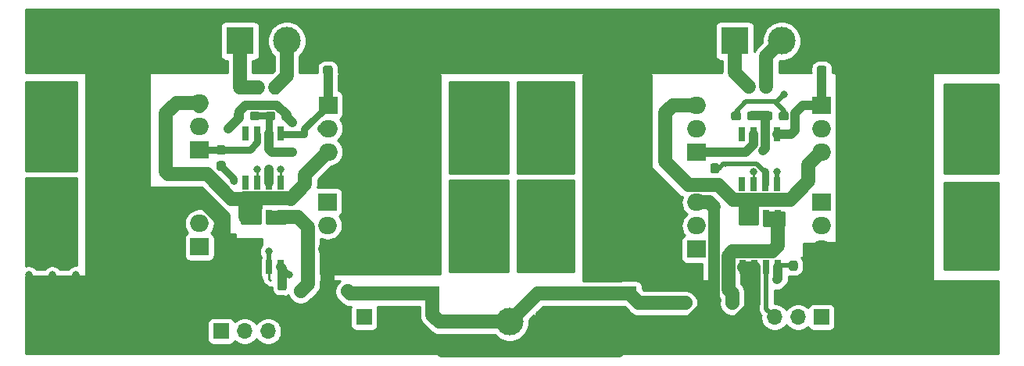
<source format=gbr>
%TF.GenerationSoftware,KiCad,Pcbnew,5.1.5+dfsg1-2build2*%
%TF.CreationDate,2021-10-16T12:52:01+01:00*%
%TF.ProjectId,motor_driver_v1,6d6f746f-725f-4647-9269-7665725f7631,rev?*%
%TF.SameCoordinates,Original*%
%TF.FileFunction,Copper,L1,Top*%
%TF.FilePolarity,Positive*%
%FSLAX46Y46*%
G04 Gerber Fmt 4.6, Leading zero omitted, Abs format (unit mm)*
G04 Created by KiCad (PCBNEW 5.1.5+dfsg1-2build2) date 2021-10-16 12:52:01*
%MOMM*%
%LPD*%
G04 APERTURE LIST*
%TA.AperFunction,ComponentPad*%
%ADD10O,2.000000X1.905000*%
%TD*%
%TA.AperFunction,ComponentPad*%
%ADD11R,2.000000X1.905000*%
%TD*%
%TA.AperFunction,ComponentPad*%
%ADD12O,3.500000X3.500000*%
%TD*%
%TA.AperFunction,ComponentPad*%
%ADD13C,3.500000*%
%TD*%
%TA.AperFunction,ComponentPad*%
%ADD14C,0.800000*%
%TD*%
%TA.AperFunction,ComponentPad*%
%ADD15C,6.400000*%
%TD*%
%TA.AperFunction,SMDPad,CuDef*%
%ADD16R,0.650000X1.528000*%
%TD*%
%TA.AperFunction,ComponentPad*%
%ADD17R,1.700000X1.700000*%
%TD*%
%TA.AperFunction,SMDPad,CuDef*%
%ADD18C,0.100000*%
%TD*%
%TA.AperFunction,ComponentPad*%
%ADD19C,1.600000*%
%TD*%
%TA.AperFunction,ComponentPad*%
%ADD20R,1.600000X1.600000*%
%TD*%
%TA.AperFunction,ComponentPad*%
%ADD21C,3.000000*%
%TD*%
%TA.AperFunction,ComponentPad*%
%ADD22R,3.000000X3.000000*%
%TD*%
%TA.AperFunction,ComponentPad*%
%ADD23O,1.700000X1.700000*%
%TD*%
%TA.AperFunction,SMDPad,CuDef*%
%ADD24R,0.650000X1.500000*%
%TD*%
%TA.AperFunction,ComponentPad*%
%ADD25C,1.524000*%
%TD*%
%TA.AperFunction,ViaPad*%
%ADD26C,0.800000*%
%TD*%
%TA.AperFunction,Conductor*%
%ADD27C,1.000000*%
%TD*%
%TA.AperFunction,Conductor*%
%ADD28C,0.500000*%
%TD*%
%TA.AperFunction,Conductor*%
%ADD29C,1.250000*%
%TD*%
%TA.AperFunction,Conductor*%
%ADD30C,1.500000*%
%TD*%
%TA.AperFunction,Conductor*%
%ADD31C,0.750000*%
%TD*%
%TA.AperFunction,Conductor*%
%ADD32C,0.250000*%
%TD*%
%TA.AperFunction,Conductor*%
%ADD33C,0.254000*%
%TD*%
%TA.AperFunction,NonConductor*%
%ADD34C,0.254000*%
%TD*%
G04 APERTURE END LIST*
D10*
%TO.P,Q5,3*%
%TO.N,GND*%
X64211200Y-47726600D03*
%TO.P,Q5,2*%
%TO.N,Net-(C1-Pad2)*%
X64211200Y-50266600D03*
D11*
%TO.P,Q5,1*%
%TO.N,PWM1*%
X64211200Y-52806600D03*
D12*
%TO.P,Q5,*%
%TO.N,Net-(H6-Pad1)*%
X47551200Y-50266600D03*
%TD*%
D10*
%TO.P,Q4,3*%
%TO.N,Net-(IC4-Pad3)*%
X131572000Y-42519600D03*
%TO.P,Q4,2*%
%TO.N,Net-(C2-Pad1)*%
X131572000Y-39979600D03*
D11*
%TO.P,Q4,1*%
%TO.N,PWM4*%
X131572000Y-37439600D03*
D13*
%TO.P,Q4,*%
%TO.N,Net-(H11-Pad1)*%
X148232000Y-39979600D03*
%TD*%
D14*
%TO.P,H4,1*%
%TO.N,GND*%
X50211056Y-59516944D03*
X48514000Y-58814000D03*
X46816944Y-59516944D03*
X46114000Y-61214000D03*
X46816944Y-62911056D03*
X48514000Y-63614000D03*
X50211056Y-62911056D03*
X50914000Y-61214000D03*
D15*
X48514000Y-61214000D03*
%TD*%
D14*
%TO.P,H3,1*%
%TO.N,GND*%
X50211056Y-28528944D03*
X48514000Y-27826000D03*
X46816944Y-28528944D03*
X46114000Y-30226000D03*
X46816944Y-31923056D03*
X48514000Y-32626000D03*
X50211056Y-31923056D03*
X50914000Y-30226000D03*
D15*
X48514000Y-30226000D03*
%TD*%
D14*
%TO.P,H2,1*%
%TO.N,GND*%
X149271056Y-59516944D03*
X147574000Y-58814000D03*
X145876944Y-59516944D03*
X145174000Y-61214000D03*
X145876944Y-62911056D03*
X147574000Y-63614000D03*
X149271056Y-62911056D03*
X149974000Y-61214000D03*
D15*
X147574000Y-61214000D03*
%TD*%
D14*
%TO.P,H1,1*%
%TO.N,GND*%
X149271056Y-28528944D03*
X147574000Y-27826000D03*
X145876944Y-28528944D03*
X145174000Y-30226000D03*
X145876944Y-31923056D03*
X147574000Y-32626000D03*
X149271056Y-31923056D03*
X149974000Y-30226000D03*
D15*
X147574000Y-30226000D03*
%TD*%
D16*
%TO.P,IC4,8*%
%TO.N,+3V3*%
X126873000Y-55035000D03*
%TO.P,IC4,7*%
%TO.N,I_MES2*%
X125603000Y-55035000D03*
%TO.P,IC4,6*%
%TO.N,GND*%
X124333000Y-55035000D03*
%TO.P,IC4,5*%
X123063000Y-55035000D03*
%TO.P,IC4,4*%
%TO.N,Net-(IC4-Pad3)*%
X123063000Y-49613000D03*
%TO.P,IC4,3*%
X124333000Y-49613000D03*
%TO.P,IC4,2*%
%TO.N,Net-(F2-Pad2)*%
X125603000Y-49613000D03*
%TO.P,IC4,1*%
X126873000Y-49613000D03*
%TD*%
D17*
%TO.P,J6,1*%
%TO.N,+3V3*%
X82042000Y-60452000D03*
%TD*%
%TA.AperFunction,SMDPad,CuDef*%
D18*
%TO.P,R4,2*%
%TO.N,GND*%
G36*
X120275779Y-43771144D02*
G01*
X120298834Y-43774563D01*
X120321443Y-43780227D01*
X120343387Y-43788079D01*
X120364457Y-43798044D01*
X120384448Y-43810026D01*
X120403168Y-43823910D01*
X120420438Y-43839562D01*
X120436090Y-43856832D01*
X120449974Y-43875552D01*
X120461956Y-43895543D01*
X120471921Y-43916613D01*
X120479773Y-43938557D01*
X120485437Y-43961166D01*
X120488856Y-43984221D01*
X120490000Y-44007500D01*
X120490000Y-44582500D01*
X120488856Y-44605779D01*
X120485437Y-44628834D01*
X120479773Y-44651443D01*
X120471921Y-44673387D01*
X120461956Y-44694457D01*
X120449974Y-44714448D01*
X120436090Y-44733168D01*
X120420438Y-44750438D01*
X120403168Y-44766090D01*
X120384448Y-44779974D01*
X120364457Y-44791956D01*
X120343387Y-44801921D01*
X120321443Y-44809773D01*
X120298834Y-44815437D01*
X120275779Y-44818856D01*
X120252500Y-44820000D01*
X119777500Y-44820000D01*
X119754221Y-44818856D01*
X119731166Y-44815437D01*
X119708557Y-44809773D01*
X119686613Y-44801921D01*
X119665543Y-44791956D01*
X119645552Y-44779974D01*
X119626832Y-44766090D01*
X119609562Y-44750438D01*
X119593910Y-44733168D01*
X119580026Y-44714448D01*
X119568044Y-44694457D01*
X119558079Y-44673387D01*
X119550227Y-44651443D01*
X119544563Y-44628834D01*
X119541144Y-44605779D01*
X119540000Y-44582500D01*
X119540000Y-44007500D01*
X119541144Y-43984221D01*
X119544563Y-43961166D01*
X119550227Y-43938557D01*
X119558079Y-43916613D01*
X119568044Y-43895543D01*
X119580026Y-43875552D01*
X119593910Y-43856832D01*
X119609562Y-43839562D01*
X119626832Y-43823910D01*
X119645552Y-43810026D01*
X119665543Y-43798044D01*
X119686613Y-43788079D01*
X119708557Y-43780227D01*
X119731166Y-43774563D01*
X119754221Y-43771144D01*
X119777500Y-43770000D01*
X120252500Y-43770000D01*
X120275779Y-43771144D01*
G37*
%TD.AperFunction*%
%TA.AperFunction,SMDPad,CuDef*%
%TO.P,R4,1*%
%TO.N,PWM3*%
G36*
X120275779Y-42021144D02*
G01*
X120298834Y-42024563D01*
X120321443Y-42030227D01*
X120343387Y-42038079D01*
X120364457Y-42048044D01*
X120384448Y-42060026D01*
X120403168Y-42073910D01*
X120420438Y-42089562D01*
X120436090Y-42106832D01*
X120449974Y-42125552D01*
X120461956Y-42145543D01*
X120471921Y-42166613D01*
X120479773Y-42188557D01*
X120485437Y-42211166D01*
X120488856Y-42234221D01*
X120490000Y-42257500D01*
X120490000Y-42832500D01*
X120488856Y-42855779D01*
X120485437Y-42878834D01*
X120479773Y-42901443D01*
X120471921Y-42923387D01*
X120461956Y-42944457D01*
X120449974Y-42964448D01*
X120436090Y-42983168D01*
X120420438Y-43000438D01*
X120403168Y-43016090D01*
X120384448Y-43029974D01*
X120364457Y-43041956D01*
X120343387Y-43051921D01*
X120321443Y-43059773D01*
X120298834Y-43065437D01*
X120275779Y-43068856D01*
X120252500Y-43070000D01*
X119777500Y-43070000D01*
X119754221Y-43068856D01*
X119731166Y-43065437D01*
X119708557Y-43059773D01*
X119686613Y-43051921D01*
X119665543Y-43041956D01*
X119645552Y-43029974D01*
X119626832Y-43016090D01*
X119609562Y-43000438D01*
X119593910Y-42983168D01*
X119580026Y-42964448D01*
X119568044Y-42944457D01*
X119558079Y-42923387D01*
X119550227Y-42901443D01*
X119544563Y-42878834D01*
X119541144Y-42855779D01*
X119540000Y-42832500D01*
X119540000Y-42257500D01*
X119541144Y-42234221D01*
X119544563Y-42211166D01*
X119550227Y-42188557D01*
X119558079Y-42166613D01*
X119568044Y-42145543D01*
X119580026Y-42125552D01*
X119593910Y-42106832D01*
X119609562Y-42089562D01*
X119626832Y-42073910D01*
X119645552Y-42060026D01*
X119665543Y-42048044D01*
X119686613Y-42038079D01*
X119708557Y-42030227D01*
X119731166Y-42024563D01*
X119754221Y-42021144D01*
X119777500Y-42020000D01*
X120252500Y-42020000D01*
X120275779Y-42021144D01*
G37*
%TD.AperFunction*%
%TD*%
%TA.AperFunction,SMDPad,CuDef*%
%TO.P,R3,2*%
%TO.N,GND*%
G36*
X80165779Y-33181144D02*
G01*
X80188834Y-33184563D01*
X80211443Y-33190227D01*
X80233387Y-33198079D01*
X80254457Y-33208044D01*
X80274448Y-33220026D01*
X80293168Y-33233910D01*
X80310438Y-33249562D01*
X80326090Y-33266832D01*
X80339974Y-33285552D01*
X80351956Y-33305543D01*
X80361921Y-33326613D01*
X80369773Y-33348557D01*
X80375437Y-33371166D01*
X80378856Y-33394221D01*
X80380000Y-33417500D01*
X80380000Y-33892500D01*
X80378856Y-33915779D01*
X80375437Y-33938834D01*
X80369773Y-33961443D01*
X80361921Y-33983387D01*
X80351956Y-34004457D01*
X80339974Y-34024448D01*
X80326090Y-34043168D01*
X80310438Y-34060438D01*
X80293168Y-34076090D01*
X80274448Y-34089974D01*
X80254457Y-34101956D01*
X80233387Y-34111921D01*
X80211443Y-34119773D01*
X80188834Y-34125437D01*
X80165779Y-34128856D01*
X80142500Y-34130000D01*
X79567500Y-34130000D01*
X79544221Y-34128856D01*
X79521166Y-34125437D01*
X79498557Y-34119773D01*
X79476613Y-34111921D01*
X79455543Y-34101956D01*
X79435552Y-34089974D01*
X79416832Y-34076090D01*
X79399562Y-34060438D01*
X79383910Y-34043168D01*
X79370026Y-34024448D01*
X79358044Y-34004457D01*
X79348079Y-33983387D01*
X79340227Y-33961443D01*
X79334563Y-33938834D01*
X79331144Y-33915779D01*
X79330000Y-33892500D01*
X79330000Y-33417500D01*
X79331144Y-33394221D01*
X79334563Y-33371166D01*
X79340227Y-33348557D01*
X79348079Y-33326613D01*
X79358044Y-33305543D01*
X79370026Y-33285552D01*
X79383910Y-33266832D01*
X79399562Y-33249562D01*
X79416832Y-33233910D01*
X79435552Y-33220026D01*
X79455543Y-33208044D01*
X79476613Y-33198079D01*
X79498557Y-33190227D01*
X79521166Y-33184563D01*
X79544221Y-33181144D01*
X79567500Y-33180000D01*
X80142500Y-33180000D01*
X80165779Y-33181144D01*
G37*
%TD.AperFunction*%
%TA.AperFunction,SMDPad,CuDef*%
%TO.P,R3,1*%
%TO.N,PWM2*%
G36*
X78415779Y-33181144D02*
G01*
X78438834Y-33184563D01*
X78461443Y-33190227D01*
X78483387Y-33198079D01*
X78504457Y-33208044D01*
X78524448Y-33220026D01*
X78543168Y-33233910D01*
X78560438Y-33249562D01*
X78576090Y-33266832D01*
X78589974Y-33285552D01*
X78601956Y-33305543D01*
X78611921Y-33326613D01*
X78619773Y-33348557D01*
X78625437Y-33371166D01*
X78628856Y-33394221D01*
X78630000Y-33417500D01*
X78630000Y-33892500D01*
X78628856Y-33915779D01*
X78625437Y-33938834D01*
X78619773Y-33961443D01*
X78611921Y-33983387D01*
X78601956Y-34004457D01*
X78589974Y-34024448D01*
X78576090Y-34043168D01*
X78560438Y-34060438D01*
X78543168Y-34076090D01*
X78524448Y-34089974D01*
X78504457Y-34101956D01*
X78483387Y-34111921D01*
X78461443Y-34119773D01*
X78438834Y-34125437D01*
X78415779Y-34128856D01*
X78392500Y-34130000D01*
X77817500Y-34130000D01*
X77794221Y-34128856D01*
X77771166Y-34125437D01*
X77748557Y-34119773D01*
X77726613Y-34111921D01*
X77705543Y-34101956D01*
X77685552Y-34089974D01*
X77666832Y-34076090D01*
X77649562Y-34060438D01*
X77633910Y-34043168D01*
X77620026Y-34024448D01*
X77608044Y-34004457D01*
X77598079Y-33983387D01*
X77590227Y-33961443D01*
X77584563Y-33938834D01*
X77581144Y-33915779D01*
X77580000Y-33892500D01*
X77580000Y-33417500D01*
X77581144Y-33394221D01*
X77584563Y-33371166D01*
X77590227Y-33348557D01*
X77598079Y-33326613D01*
X77608044Y-33305543D01*
X77620026Y-33285552D01*
X77633910Y-33266832D01*
X77649562Y-33249562D01*
X77666832Y-33233910D01*
X77685552Y-33220026D01*
X77705543Y-33208044D01*
X77726613Y-33198079D01*
X77748557Y-33190227D01*
X77771166Y-33184563D01*
X77794221Y-33181144D01*
X77817500Y-33180000D01*
X78392500Y-33180000D01*
X78415779Y-33181144D01*
G37*
%TD.AperFunction*%
%TD*%
%TA.AperFunction,SMDPad,CuDef*%
%TO.P,R2,2*%
%TO.N,GND*%
G36*
X66808779Y-43517144D02*
G01*
X66831834Y-43520563D01*
X66854443Y-43526227D01*
X66876387Y-43534079D01*
X66897457Y-43544044D01*
X66917448Y-43556026D01*
X66936168Y-43569910D01*
X66953438Y-43585562D01*
X66969090Y-43602832D01*
X66982974Y-43621552D01*
X66994956Y-43641543D01*
X67004921Y-43662613D01*
X67012773Y-43684557D01*
X67018437Y-43707166D01*
X67021856Y-43730221D01*
X67023000Y-43753500D01*
X67023000Y-44328500D01*
X67021856Y-44351779D01*
X67018437Y-44374834D01*
X67012773Y-44397443D01*
X67004921Y-44419387D01*
X66994956Y-44440457D01*
X66982974Y-44460448D01*
X66969090Y-44479168D01*
X66953438Y-44496438D01*
X66936168Y-44512090D01*
X66917448Y-44525974D01*
X66897457Y-44537956D01*
X66876387Y-44547921D01*
X66854443Y-44555773D01*
X66831834Y-44561437D01*
X66808779Y-44564856D01*
X66785500Y-44566000D01*
X66310500Y-44566000D01*
X66287221Y-44564856D01*
X66264166Y-44561437D01*
X66241557Y-44555773D01*
X66219613Y-44547921D01*
X66198543Y-44537956D01*
X66178552Y-44525974D01*
X66159832Y-44512090D01*
X66142562Y-44496438D01*
X66126910Y-44479168D01*
X66113026Y-44460448D01*
X66101044Y-44440457D01*
X66091079Y-44419387D01*
X66083227Y-44397443D01*
X66077563Y-44374834D01*
X66074144Y-44351779D01*
X66073000Y-44328500D01*
X66073000Y-43753500D01*
X66074144Y-43730221D01*
X66077563Y-43707166D01*
X66083227Y-43684557D01*
X66091079Y-43662613D01*
X66101044Y-43641543D01*
X66113026Y-43621552D01*
X66126910Y-43602832D01*
X66142562Y-43585562D01*
X66159832Y-43569910D01*
X66178552Y-43556026D01*
X66198543Y-43544044D01*
X66219613Y-43534079D01*
X66241557Y-43526227D01*
X66264166Y-43520563D01*
X66287221Y-43517144D01*
X66310500Y-43516000D01*
X66785500Y-43516000D01*
X66808779Y-43517144D01*
G37*
%TD.AperFunction*%
%TA.AperFunction,SMDPad,CuDef*%
%TO.P,R2,1*%
%TO.N,PWM1*%
G36*
X66808779Y-41767144D02*
G01*
X66831834Y-41770563D01*
X66854443Y-41776227D01*
X66876387Y-41784079D01*
X66897457Y-41794044D01*
X66917448Y-41806026D01*
X66936168Y-41819910D01*
X66953438Y-41835562D01*
X66969090Y-41852832D01*
X66982974Y-41871552D01*
X66994956Y-41891543D01*
X67004921Y-41912613D01*
X67012773Y-41934557D01*
X67018437Y-41957166D01*
X67021856Y-41980221D01*
X67023000Y-42003500D01*
X67023000Y-42578500D01*
X67021856Y-42601779D01*
X67018437Y-42624834D01*
X67012773Y-42647443D01*
X67004921Y-42669387D01*
X66994956Y-42690457D01*
X66982974Y-42710448D01*
X66969090Y-42729168D01*
X66953438Y-42746438D01*
X66936168Y-42762090D01*
X66917448Y-42775974D01*
X66897457Y-42787956D01*
X66876387Y-42797921D01*
X66854443Y-42805773D01*
X66831834Y-42811437D01*
X66808779Y-42814856D01*
X66785500Y-42816000D01*
X66310500Y-42816000D01*
X66287221Y-42814856D01*
X66264166Y-42811437D01*
X66241557Y-42805773D01*
X66219613Y-42797921D01*
X66198543Y-42787956D01*
X66178552Y-42775974D01*
X66159832Y-42762090D01*
X66142562Y-42746438D01*
X66126910Y-42729168D01*
X66113026Y-42710448D01*
X66101044Y-42690457D01*
X66091079Y-42669387D01*
X66083227Y-42647443D01*
X66077563Y-42624834D01*
X66074144Y-42601779D01*
X66073000Y-42578500D01*
X66073000Y-42003500D01*
X66074144Y-41980221D01*
X66077563Y-41957166D01*
X66083227Y-41934557D01*
X66091079Y-41912613D01*
X66101044Y-41891543D01*
X66113026Y-41871552D01*
X66126910Y-41852832D01*
X66142562Y-41835562D01*
X66159832Y-41819910D01*
X66178552Y-41806026D01*
X66198543Y-41794044D01*
X66219613Y-41784079D01*
X66241557Y-41776227D01*
X66264166Y-41770563D01*
X66287221Y-41767144D01*
X66310500Y-41766000D01*
X66785500Y-41766000D01*
X66808779Y-41767144D01*
G37*
%TD.AperFunction*%
%TD*%
%TA.AperFunction,SMDPad,CuDef*%
%TO.P,R1,2*%
%TO.N,GND*%
G36*
X133660779Y-33181144D02*
G01*
X133683834Y-33184563D01*
X133706443Y-33190227D01*
X133728387Y-33198079D01*
X133749457Y-33208044D01*
X133769448Y-33220026D01*
X133788168Y-33233910D01*
X133805438Y-33249562D01*
X133821090Y-33266832D01*
X133834974Y-33285552D01*
X133846956Y-33305543D01*
X133856921Y-33326613D01*
X133864773Y-33348557D01*
X133870437Y-33371166D01*
X133873856Y-33394221D01*
X133875000Y-33417500D01*
X133875000Y-33892500D01*
X133873856Y-33915779D01*
X133870437Y-33938834D01*
X133864773Y-33961443D01*
X133856921Y-33983387D01*
X133846956Y-34004457D01*
X133834974Y-34024448D01*
X133821090Y-34043168D01*
X133805438Y-34060438D01*
X133788168Y-34076090D01*
X133769448Y-34089974D01*
X133749457Y-34101956D01*
X133728387Y-34111921D01*
X133706443Y-34119773D01*
X133683834Y-34125437D01*
X133660779Y-34128856D01*
X133637500Y-34130000D01*
X133062500Y-34130000D01*
X133039221Y-34128856D01*
X133016166Y-34125437D01*
X132993557Y-34119773D01*
X132971613Y-34111921D01*
X132950543Y-34101956D01*
X132930552Y-34089974D01*
X132911832Y-34076090D01*
X132894562Y-34060438D01*
X132878910Y-34043168D01*
X132865026Y-34024448D01*
X132853044Y-34004457D01*
X132843079Y-33983387D01*
X132835227Y-33961443D01*
X132829563Y-33938834D01*
X132826144Y-33915779D01*
X132825000Y-33892500D01*
X132825000Y-33417500D01*
X132826144Y-33394221D01*
X132829563Y-33371166D01*
X132835227Y-33348557D01*
X132843079Y-33326613D01*
X132853044Y-33305543D01*
X132865026Y-33285552D01*
X132878910Y-33266832D01*
X132894562Y-33249562D01*
X132911832Y-33233910D01*
X132930552Y-33220026D01*
X132950543Y-33208044D01*
X132971613Y-33198079D01*
X132993557Y-33190227D01*
X133016166Y-33184563D01*
X133039221Y-33181144D01*
X133062500Y-33180000D01*
X133637500Y-33180000D01*
X133660779Y-33181144D01*
G37*
%TD.AperFunction*%
%TA.AperFunction,SMDPad,CuDef*%
%TO.P,R1,1*%
%TO.N,PWM4*%
G36*
X131910779Y-33181144D02*
G01*
X131933834Y-33184563D01*
X131956443Y-33190227D01*
X131978387Y-33198079D01*
X131999457Y-33208044D01*
X132019448Y-33220026D01*
X132038168Y-33233910D01*
X132055438Y-33249562D01*
X132071090Y-33266832D01*
X132084974Y-33285552D01*
X132096956Y-33305543D01*
X132106921Y-33326613D01*
X132114773Y-33348557D01*
X132120437Y-33371166D01*
X132123856Y-33394221D01*
X132125000Y-33417500D01*
X132125000Y-33892500D01*
X132123856Y-33915779D01*
X132120437Y-33938834D01*
X132114773Y-33961443D01*
X132106921Y-33983387D01*
X132096956Y-34004457D01*
X132084974Y-34024448D01*
X132071090Y-34043168D01*
X132055438Y-34060438D01*
X132038168Y-34076090D01*
X132019448Y-34089974D01*
X131999457Y-34101956D01*
X131978387Y-34111921D01*
X131956443Y-34119773D01*
X131933834Y-34125437D01*
X131910779Y-34128856D01*
X131887500Y-34130000D01*
X131312500Y-34130000D01*
X131289221Y-34128856D01*
X131266166Y-34125437D01*
X131243557Y-34119773D01*
X131221613Y-34111921D01*
X131200543Y-34101956D01*
X131180552Y-34089974D01*
X131161832Y-34076090D01*
X131144562Y-34060438D01*
X131128910Y-34043168D01*
X131115026Y-34024448D01*
X131103044Y-34004457D01*
X131093079Y-33983387D01*
X131085227Y-33961443D01*
X131079563Y-33938834D01*
X131076144Y-33915779D01*
X131075000Y-33892500D01*
X131075000Y-33417500D01*
X131076144Y-33394221D01*
X131079563Y-33371166D01*
X131085227Y-33348557D01*
X131093079Y-33326613D01*
X131103044Y-33305543D01*
X131115026Y-33285552D01*
X131128910Y-33266832D01*
X131144562Y-33249562D01*
X131161832Y-33233910D01*
X131180552Y-33220026D01*
X131200543Y-33208044D01*
X131221613Y-33198079D01*
X131243557Y-33190227D01*
X131266166Y-33184563D01*
X131289221Y-33181144D01*
X131312500Y-33180000D01*
X131887500Y-33180000D01*
X131910779Y-33181144D01*
G37*
%TD.AperFunction*%
%TD*%
D19*
%TO.P,C5,2*%
%TO.N,GND*%
X110744000Y-62912000D03*
D20*
%TO.P,C5,1*%
%TO.N,VCC*%
X110744000Y-57912000D03*
%TD*%
D19*
%TO.P,C10,2*%
%TO.N,GND*%
X89408000Y-62912000D03*
D20*
%TO.P,C10,1*%
%TO.N,VCC*%
X89408000Y-57912000D03*
%TD*%
D10*
%TO.P,Q8,3*%
%TO.N,GND*%
X131549000Y-53086000D03*
%TO.P,Q8,2*%
%TO.N,Net-(C2-Pad1)*%
X131549000Y-50546000D03*
D11*
%TO.P,Q8,1*%
%TO.N,PWM4*%
X131549000Y-48006000D03*
D12*
%TO.P,Q8,*%
%TO.N,Net-(H12-Pad1)*%
X148209000Y-50546000D03*
%TD*%
D10*
%TO.P,Q7,3*%
%TO.N,GND*%
X118006000Y-48006000D03*
%TO.P,Q7,2*%
%TO.N,Net-(C2-Pad2)*%
X118006000Y-50546000D03*
D11*
%TO.P,Q7,1*%
%TO.N,PWM3*%
X118006000Y-53086000D03*
D12*
%TO.P,Q7,*%
%TO.N,Net-(H10-Pad1)*%
X101346000Y-50546000D03*
%TD*%
D10*
%TO.P,Q6,3*%
%TO.N,GND*%
X78079600Y-53035200D03*
%TO.P,Q6,2*%
%TO.N,Net-(C1-Pad1)*%
X78079600Y-50495200D03*
D11*
%TO.P,Q6,1*%
%TO.N,PWM2*%
X78079600Y-47955200D03*
D12*
%TO.P,Q6,*%
%TO.N,Net-(H8-Pad1)*%
X94739600Y-50495200D03*
%TD*%
D10*
%TO.P,Q3,3*%
%TO.N,Net-(IC4-Pad3)*%
X118006000Y-37439600D03*
%TO.P,Q3,2*%
%TO.N,Net-(C2-Pad2)*%
X118006000Y-39979600D03*
D11*
%TO.P,Q3,1*%
%TO.N,PWM3*%
X118006000Y-42519600D03*
D12*
%TO.P,Q3,*%
%TO.N,Net-(H9-Pad1)*%
X101346000Y-39979600D03*
%TD*%
D10*
%TO.P,Q2,3*%
%TO.N,Net-(IC2-Pad3)*%
X78130400Y-42519600D03*
%TO.P,Q2,2*%
%TO.N,Net-(C1-Pad1)*%
X78130400Y-39979600D03*
D11*
%TO.P,Q2,1*%
%TO.N,PWM2*%
X78130400Y-37439600D03*
D12*
%TO.P,Q2,*%
%TO.N,Net-(H7-Pad1)*%
X94790400Y-39979600D03*
%TD*%
D10*
%TO.P,Q1,3*%
%TO.N,Net-(IC2-Pad3)*%
X64208800Y-37211000D03*
%TO.P,Q1,2*%
%TO.N,Net-(C1-Pad2)*%
X64208800Y-39751000D03*
D11*
%TO.P,Q1,1*%
%TO.N,PWM1*%
X64208800Y-42291000D03*
D12*
%TO.P,Q1,*%
%TO.N,Net-(H5-Pad1)*%
X47548800Y-39751000D03*
%TD*%
D21*
%TO.P,J5,2*%
%TO.N,VCC*%
X97790000Y-60960000D03*
D22*
%TO.P,J5,1*%
%TO.N,GND*%
X102870000Y-60960000D03*
%TD*%
D23*
%TO.P,J4,3*%
%TO.N,I_MES2*%
X126492000Y-60452000D03*
%TO.P,J4,2*%
%TO.N,IN4*%
X129032000Y-60452000D03*
D17*
%TO.P,J4,1*%
%TO.N,IN3*%
X131572000Y-60452000D03*
%TD*%
D21*
%TO.P,J3,2*%
%TO.N,Net-(C2-Pad1)*%
X127254000Y-30480000D03*
D22*
%TO.P,J3,1*%
%TO.N,Net-(C2-Pad2)*%
X122174000Y-30480000D03*
%TD*%
D23*
%TO.P,J2,3*%
%TO.N,I_MES1*%
X71628000Y-61976000D03*
%TO.P,J2,2*%
%TO.N,IN2*%
X69088000Y-61976000D03*
D17*
%TO.P,J2,1*%
%TO.N,IN1*%
X66548000Y-61976000D03*
%TD*%
D21*
%TO.P,J1,2*%
%TO.N,Net-(C1-Pad1)*%
X73660000Y-30480000D03*
D22*
%TO.P,J1,1*%
%TO.N,Net-(C1-Pad2)*%
X68580000Y-30480000D03*
%TD*%
D24*
%TO.P,IC3,8*%
%TO.N,Net-(IC3-Pad8)*%
X122936000Y-40607000D03*
%TO.P,IC3,7*%
%TO.N,PWM3*%
X124206000Y-40607000D03*
%TO.P,IC3,6*%
%TO.N,VCC*%
X125476000Y-40607000D03*
%TO.P,IC3,5*%
%TO.N,PWM4*%
X126746000Y-40607000D03*
%TO.P,IC3,4*%
%TO.N,IN4*%
X126746000Y-46007000D03*
%TO.P,IC3,3*%
%TO.N,GND*%
X125476000Y-46007000D03*
%TO.P,IC3,2*%
%TO.N,IN3*%
X124206000Y-46007000D03*
%TO.P,IC3,1*%
%TO.N,Net-(IC3-Pad1)*%
X122936000Y-46007000D03*
%TD*%
D16*
%TO.P,IC2,8*%
%TO.N,+3V3*%
X73025000Y-55035000D03*
%TO.P,IC2,7*%
%TO.N,I_MES1*%
X71755000Y-55035000D03*
%TO.P,IC2,6*%
%TO.N,GND*%
X70485000Y-55035000D03*
%TO.P,IC2,5*%
X69215000Y-55035000D03*
%TO.P,IC2,4*%
%TO.N,Net-(IC2-Pad3)*%
X69215000Y-49613000D03*
%TO.P,IC2,3*%
X70485000Y-49613000D03*
%TO.P,IC2,2*%
%TO.N,Net-(F1-Pad2)*%
X71755000Y-49613000D03*
%TO.P,IC2,1*%
X73025000Y-49613000D03*
%TD*%
D24*
%TO.P,IC1,8*%
%TO.N,Net-(IC1-Pad8)*%
X69215000Y-40480000D03*
%TO.P,IC1,7*%
%TO.N,PWM1*%
X70485000Y-40480000D03*
%TO.P,IC1,6*%
%TO.N,VCC*%
X71755000Y-40480000D03*
%TO.P,IC1,5*%
%TO.N,PWM2*%
X73025000Y-40480000D03*
%TO.P,IC1,4*%
%TO.N,IN2*%
X73025000Y-45880000D03*
%TO.P,IC1,3*%
%TO.N,GND*%
X71755000Y-45880000D03*
%TO.P,IC1,2*%
%TO.N,IN1*%
X70485000Y-45880000D03*
%TO.P,IC1,1*%
%TO.N,Net-(IC1-Pad1)*%
X69215000Y-45880000D03*
%TD*%
D25*
%TO.P,F2,2*%
%TO.N,Net-(F2-Pad2)*%
X121920000Y-58928000D03*
%TO.P,F2,1*%
%TO.N,VCC*%
X116820000Y-58928000D03*
%TD*%
%TO.P,F1,2*%
%TO.N,Net-(F1-Pad2)*%
X75164000Y-57658000D03*
%TO.P,F1,1*%
%TO.N,VCC*%
X80264000Y-57658000D03*
%TD*%
%TA.AperFunction,SMDPad,CuDef*%
D18*
%TO.P,C9,2*%
%TO.N,GND*%
G36*
X128784779Y-56090144D02*
G01*
X128807834Y-56093563D01*
X128830443Y-56099227D01*
X128852387Y-56107079D01*
X128873457Y-56117044D01*
X128893448Y-56129026D01*
X128912168Y-56142910D01*
X128929438Y-56158562D01*
X128945090Y-56175832D01*
X128958974Y-56194552D01*
X128970956Y-56214543D01*
X128980921Y-56235613D01*
X128988773Y-56257557D01*
X128994437Y-56280166D01*
X128997856Y-56303221D01*
X128999000Y-56326500D01*
X128999000Y-56901500D01*
X128997856Y-56924779D01*
X128994437Y-56947834D01*
X128988773Y-56970443D01*
X128980921Y-56992387D01*
X128970956Y-57013457D01*
X128958974Y-57033448D01*
X128945090Y-57052168D01*
X128929438Y-57069438D01*
X128912168Y-57085090D01*
X128893448Y-57098974D01*
X128873457Y-57110956D01*
X128852387Y-57120921D01*
X128830443Y-57128773D01*
X128807834Y-57134437D01*
X128784779Y-57137856D01*
X128761500Y-57139000D01*
X128286500Y-57139000D01*
X128263221Y-57137856D01*
X128240166Y-57134437D01*
X128217557Y-57128773D01*
X128195613Y-57120921D01*
X128174543Y-57110956D01*
X128154552Y-57098974D01*
X128135832Y-57085090D01*
X128118562Y-57069438D01*
X128102910Y-57052168D01*
X128089026Y-57033448D01*
X128077044Y-57013457D01*
X128067079Y-56992387D01*
X128059227Y-56970443D01*
X128053563Y-56947834D01*
X128050144Y-56924779D01*
X128049000Y-56901500D01*
X128049000Y-56326500D01*
X128050144Y-56303221D01*
X128053563Y-56280166D01*
X128059227Y-56257557D01*
X128067079Y-56235613D01*
X128077044Y-56214543D01*
X128089026Y-56194552D01*
X128102910Y-56175832D01*
X128118562Y-56158562D01*
X128135832Y-56142910D01*
X128154552Y-56129026D01*
X128174543Y-56117044D01*
X128195613Y-56107079D01*
X128217557Y-56099227D01*
X128240166Y-56093563D01*
X128263221Y-56090144D01*
X128286500Y-56089000D01*
X128761500Y-56089000D01*
X128784779Y-56090144D01*
G37*
%TD.AperFunction*%
%TA.AperFunction,SMDPad,CuDef*%
%TO.P,C9,1*%
%TO.N,+3V3*%
G36*
X128784779Y-54340144D02*
G01*
X128807834Y-54343563D01*
X128830443Y-54349227D01*
X128852387Y-54357079D01*
X128873457Y-54367044D01*
X128893448Y-54379026D01*
X128912168Y-54392910D01*
X128929438Y-54408562D01*
X128945090Y-54425832D01*
X128958974Y-54444552D01*
X128970956Y-54464543D01*
X128980921Y-54485613D01*
X128988773Y-54507557D01*
X128994437Y-54530166D01*
X128997856Y-54553221D01*
X128999000Y-54576500D01*
X128999000Y-55151500D01*
X128997856Y-55174779D01*
X128994437Y-55197834D01*
X128988773Y-55220443D01*
X128980921Y-55242387D01*
X128970956Y-55263457D01*
X128958974Y-55283448D01*
X128945090Y-55302168D01*
X128929438Y-55319438D01*
X128912168Y-55335090D01*
X128893448Y-55348974D01*
X128873457Y-55360956D01*
X128852387Y-55370921D01*
X128830443Y-55378773D01*
X128807834Y-55384437D01*
X128784779Y-55387856D01*
X128761500Y-55389000D01*
X128286500Y-55389000D01*
X128263221Y-55387856D01*
X128240166Y-55384437D01*
X128217557Y-55378773D01*
X128195613Y-55370921D01*
X128174543Y-55360956D01*
X128154552Y-55348974D01*
X128135832Y-55335090D01*
X128118562Y-55319438D01*
X128102910Y-55302168D01*
X128089026Y-55283448D01*
X128077044Y-55263457D01*
X128067079Y-55242387D01*
X128059227Y-55220443D01*
X128053563Y-55197834D01*
X128050144Y-55174779D01*
X128049000Y-55151500D01*
X128049000Y-54576500D01*
X128050144Y-54553221D01*
X128053563Y-54530166D01*
X128059227Y-54507557D01*
X128067079Y-54485613D01*
X128077044Y-54464543D01*
X128089026Y-54444552D01*
X128102910Y-54425832D01*
X128118562Y-54408562D01*
X128135832Y-54392910D01*
X128154552Y-54379026D01*
X128174543Y-54367044D01*
X128195613Y-54357079D01*
X128217557Y-54349227D01*
X128240166Y-54343563D01*
X128263221Y-54340144D01*
X128286500Y-54339000D01*
X128761500Y-54339000D01*
X128784779Y-54340144D01*
G37*
%TD.AperFunction*%
%TD*%
%TA.AperFunction,SMDPad,CuDef*%
%TO.P,C8,2*%
%TO.N,GND*%
G36*
X127790779Y-38134144D02*
G01*
X127813834Y-38137563D01*
X127836443Y-38143227D01*
X127858387Y-38151079D01*
X127879457Y-38161044D01*
X127899448Y-38173026D01*
X127918168Y-38186910D01*
X127935438Y-38202562D01*
X127951090Y-38219832D01*
X127964974Y-38238552D01*
X127976956Y-38258543D01*
X127986921Y-38279613D01*
X127994773Y-38301557D01*
X128000437Y-38324166D01*
X128003856Y-38347221D01*
X128005000Y-38370500D01*
X128005000Y-38845500D01*
X128003856Y-38868779D01*
X128000437Y-38891834D01*
X127994773Y-38914443D01*
X127986921Y-38936387D01*
X127976956Y-38957457D01*
X127964974Y-38977448D01*
X127951090Y-38996168D01*
X127935438Y-39013438D01*
X127918168Y-39029090D01*
X127899448Y-39042974D01*
X127879457Y-39054956D01*
X127858387Y-39064921D01*
X127836443Y-39072773D01*
X127813834Y-39078437D01*
X127790779Y-39081856D01*
X127767500Y-39083000D01*
X127192500Y-39083000D01*
X127169221Y-39081856D01*
X127146166Y-39078437D01*
X127123557Y-39072773D01*
X127101613Y-39064921D01*
X127080543Y-39054956D01*
X127060552Y-39042974D01*
X127041832Y-39029090D01*
X127024562Y-39013438D01*
X127008910Y-38996168D01*
X126995026Y-38977448D01*
X126983044Y-38957457D01*
X126973079Y-38936387D01*
X126965227Y-38914443D01*
X126959563Y-38891834D01*
X126956144Y-38868779D01*
X126955000Y-38845500D01*
X126955000Y-38370500D01*
X126956144Y-38347221D01*
X126959563Y-38324166D01*
X126965227Y-38301557D01*
X126973079Y-38279613D01*
X126983044Y-38258543D01*
X126995026Y-38238552D01*
X127008910Y-38219832D01*
X127024562Y-38202562D01*
X127041832Y-38186910D01*
X127060552Y-38173026D01*
X127080543Y-38161044D01*
X127101613Y-38151079D01*
X127123557Y-38143227D01*
X127146166Y-38137563D01*
X127169221Y-38134144D01*
X127192500Y-38133000D01*
X127767500Y-38133000D01*
X127790779Y-38134144D01*
G37*
%TD.AperFunction*%
%TA.AperFunction,SMDPad,CuDef*%
%TO.P,C8,1*%
%TO.N,VCC*%
G36*
X126040779Y-38134144D02*
G01*
X126063834Y-38137563D01*
X126086443Y-38143227D01*
X126108387Y-38151079D01*
X126129457Y-38161044D01*
X126149448Y-38173026D01*
X126168168Y-38186910D01*
X126185438Y-38202562D01*
X126201090Y-38219832D01*
X126214974Y-38238552D01*
X126226956Y-38258543D01*
X126236921Y-38279613D01*
X126244773Y-38301557D01*
X126250437Y-38324166D01*
X126253856Y-38347221D01*
X126255000Y-38370500D01*
X126255000Y-38845500D01*
X126253856Y-38868779D01*
X126250437Y-38891834D01*
X126244773Y-38914443D01*
X126236921Y-38936387D01*
X126226956Y-38957457D01*
X126214974Y-38977448D01*
X126201090Y-38996168D01*
X126185438Y-39013438D01*
X126168168Y-39029090D01*
X126149448Y-39042974D01*
X126129457Y-39054956D01*
X126108387Y-39064921D01*
X126086443Y-39072773D01*
X126063834Y-39078437D01*
X126040779Y-39081856D01*
X126017500Y-39083000D01*
X125442500Y-39083000D01*
X125419221Y-39081856D01*
X125396166Y-39078437D01*
X125373557Y-39072773D01*
X125351613Y-39064921D01*
X125330543Y-39054956D01*
X125310552Y-39042974D01*
X125291832Y-39029090D01*
X125274562Y-39013438D01*
X125258910Y-38996168D01*
X125245026Y-38977448D01*
X125233044Y-38957457D01*
X125223079Y-38936387D01*
X125215227Y-38914443D01*
X125209563Y-38891834D01*
X125206144Y-38868779D01*
X125205000Y-38845500D01*
X125205000Y-38370500D01*
X125206144Y-38347221D01*
X125209563Y-38324166D01*
X125215227Y-38301557D01*
X125223079Y-38279613D01*
X125233044Y-38258543D01*
X125245026Y-38238552D01*
X125258910Y-38219832D01*
X125274562Y-38202562D01*
X125291832Y-38186910D01*
X125310552Y-38173026D01*
X125330543Y-38161044D01*
X125351613Y-38151079D01*
X125373557Y-38143227D01*
X125396166Y-38137563D01*
X125419221Y-38134144D01*
X125442500Y-38133000D01*
X126017500Y-38133000D01*
X126040779Y-38134144D01*
G37*
%TD.AperFunction*%
%TD*%
%TA.AperFunction,SMDPad,CuDef*%
%TO.P,C7,2*%
%TO.N,GND*%
G36*
X122625779Y-38134144D02*
G01*
X122648834Y-38137563D01*
X122671443Y-38143227D01*
X122693387Y-38151079D01*
X122714457Y-38161044D01*
X122734448Y-38173026D01*
X122753168Y-38186910D01*
X122770438Y-38202562D01*
X122786090Y-38219832D01*
X122799974Y-38238552D01*
X122811956Y-38258543D01*
X122821921Y-38279613D01*
X122829773Y-38301557D01*
X122835437Y-38324166D01*
X122838856Y-38347221D01*
X122840000Y-38370500D01*
X122840000Y-38845500D01*
X122838856Y-38868779D01*
X122835437Y-38891834D01*
X122829773Y-38914443D01*
X122821921Y-38936387D01*
X122811956Y-38957457D01*
X122799974Y-38977448D01*
X122786090Y-38996168D01*
X122770438Y-39013438D01*
X122753168Y-39029090D01*
X122734448Y-39042974D01*
X122714457Y-39054956D01*
X122693387Y-39064921D01*
X122671443Y-39072773D01*
X122648834Y-39078437D01*
X122625779Y-39081856D01*
X122602500Y-39083000D01*
X122027500Y-39083000D01*
X122004221Y-39081856D01*
X121981166Y-39078437D01*
X121958557Y-39072773D01*
X121936613Y-39064921D01*
X121915543Y-39054956D01*
X121895552Y-39042974D01*
X121876832Y-39029090D01*
X121859562Y-39013438D01*
X121843910Y-38996168D01*
X121830026Y-38977448D01*
X121818044Y-38957457D01*
X121808079Y-38936387D01*
X121800227Y-38914443D01*
X121794563Y-38891834D01*
X121791144Y-38868779D01*
X121790000Y-38845500D01*
X121790000Y-38370500D01*
X121791144Y-38347221D01*
X121794563Y-38324166D01*
X121800227Y-38301557D01*
X121808079Y-38279613D01*
X121818044Y-38258543D01*
X121830026Y-38238552D01*
X121843910Y-38219832D01*
X121859562Y-38202562D01*
X121876832Y-38186910D01*
X121895552Y-38173026D01*
X121915543Y-38161044D01*
X121936613Y-38151079D01*
X121958557Y-38143227D01*
X121981166Y-38137563D01*
X122004221Y-38134144D01*
X122027500Y-38133000D01*
X122602500Y-38133000D01*
X122625779Y-38134144D01*
G37*
%TD.AperFunction*%
%TA.AperFunction,SMDPad,CuDef*%
%TO.P,C7,1*%
%TO.N,VCC*%
G36*
X124375779Y-38134144D02*
G01*
X124398834Y-38137563D01*
X124421443Y-38143227D01*
X124443387Y-38151079D01*
X124464457Y-38161044D01*
X124484448Y-38173026D01*
X124503168Y-38186910D01*
X124520438Y-38202562D01*
X124536090Y-38219832D01*
X124549974Y-38238552D01*
X124561956Y-38258543D01*
X124571921Y-38279613D01*
X124579773Y-38301557D01*
X124585437Y-38324166D01*
X124588856Y-38347221D01*
X124590000Y-38370500D01*
X124590000Y-38845500D01*
X124588856Y-38868779D01*
X124585437Y-38891834D01*
X124579773Y-38914443D01*
X124571921Y-38936387D01*
X124561956Y-38957457D01*
X124549974Y-38977448D01*
X124536090Y-38996168D01*
X124520438Y-39013438D01*
X124503168Y-39029090D01*
X124484448Y-39042974D01*
X124464457Y-39054956D01*
X124443387Y-39064921D01*
X124421443Y-39072773D01*
X124398834Y-39078437D01*
X124375779Y-39081856D01*
X124352500Y-39083000D01*
X123777500Y-39083000D01*
X123754221Y-39081856D01*
X123731166Y-39078437D01*
X123708557Y-39072773D01*
X123686613Y-39064921D01*
X123665543Y-39054956D01*
X123645552Y-39042974D01*
X123626832Y-39029090D01*
X123609562Y-39013438D01*
X123593910Y-38996168D01*
X123580026Y-38977448D01*
X123568044Y-38957457D01*
X123558079Y-38936387D01*
X123550227Y-38914443D01*
X123544563Y-38891834D01*
X123541144Y-38868779D01*
X123540000Y-38845500D01*
X123540000Y-38370500D01*
X123541144Y-38347221D01*
X123544563Y-38324166D01*
X123550227Y-38301557D01*
X123558079Y-38279613D01*
X123568044Y-38258543D01*
X123580026Y-38238552D01*
X123593910Y-38219832D01*
X123609562Y-38202562D01*
X123626832Y-38186910D01*
X123645552Y-38173026D01*
X123665543Y-38161044D01*
X123686613Y-38151079D01*
X123708557Y-38143227D01*
X123731166Y-38137563D01*
X123754221Y-38134144D01*
X123777500Y-38133000D01*
X124352500Y-38133000D01*
X124375779Y-38134144D01*
G37*
%TD.AperFunction*%
%TD*%
%TA.AperFunction,SMDPad,CuDef*%
%TO.P,C6,2*%
%TO.N,GND*%
G36*
X73412779Y-58263144D02*
G01*
X73435834Y-58266563D01*
X73458443Y-58272227D01*
X73480387Y-58280079D01*
X73501457Y-58290044D01*
X73521448Y-58302026D01*
X73540168Y-58315910D01*
X73557438Y-58331562D01*
X73573090Y-58348832D01*
X73586974Y-58367552D01*
X73598956Y-58387543D01*
X73608921Y-58408613D01*
X73616773Y-58430557D01*
X73622437Y-58453166D01*
X73625856Y-58476221D01*
X73627000Y-58499500D01*
X73627000Y-59074500D01*
X73625856Y-59097779D01*
X73622437Y-59120834D01*
X73616773Y-59143443D01*
X73608921Y-59165387D01*
X73598956Y-59186457D01*
X73586974Y-59206448D01*
X73573090Y-59225168D01*
X73557438Y-59242438D01*
X73540168Y-59258090D01*
X73521448Y-59271974D01*
X73501457Y-59283956D01*
X73480387Y-59293921D01*
X73458443Y-59301773D01*
X73435834Y-59307437D01*
X73412779Y-59310856D01*
X73389500Y-59312000D01*
X72914500Y-59312000D01*
X72891221Y-59310856D01*
X72868166Y-59307437D01*
X72845557Y-59301773D01*
X72823613Y-59293921D01*
X72802543Y-59283956D01*
X72782552Y-59271974D01*
X72763832Y-59258090D01*
X72746562Y-59242438D01*
X72730910Y-59225168D01*
X72717026Y-59206448D01*
X72705044Y-59186457D01*
X72695079Y-59165387D01*
X72687227Y-59143443D01*
X72681563Y-59120834D01*
X72678144Y-59097779D01*
X72677000Y-59074500D01*
X72677000Y-58499500D01*
X72678144Y-58476221D01*
X72681563Y-58453166D01*
X72687227Y-58430557D01*
X72695079Y-58408613D01*
X72705044Y-58387543D01*
X72717026Y-58367552D01*
X72730910Y-58348832D01*
X72746562Y-58331562D01*
X72763832Y-58315910D01*
X72782552Y-58302026D01*
X72802543Y-58290044D01*
X72823613Y-58280079D01*
X72845557Y-58272227D01*
X72868166Y-58266563D01*
X72891221Y-58263144D01*
X72914500Y-58262000D01*
X73389500Y-58262000D01*
X73412779Y-58263144D01*
G37*
%TD.AperFunction*%
%TA.AperFunction,SMDPad,CuDef*%
%TO.P,C6,1*%
%TO.N,+3V3*%
G36*
X73412779Y-56513144D02*
G01*
X73435834Y-56516563D01*
X73458443Y-56522227D01*
X73480387Y-56530079D01*
X73501457Y-56540044D01*
X73521448Y-56552026D01*
X73540168Y-56565910D01*
X73557438Y-56581562D01*
X73573090Y-56598832D01*
X73586974Y-56617552D01*
X73598956Y-56637543D01*
X73608921Y-56658613D01*
X73616773Y-56680557D01*
X73622437Y-56703166D01*
X73625856Y-56726221D01*
X73627000Y-56749500D01*
X73627000Y-57324500D01*
X73625856Y-57347779D01*
X73622437Y-57370834D01*
X73616773Y-57393443D01*
X73608921Y-57415387D01*
X73598956Y-57436457D01*
X73586974Y-57456448D01*
X73573090Y-57475168D01*
X73557438Y-57492438D01*
X73540168Y-57508090D01*
X73521448Y-57521974D01*
X73501457Y-57533956D01*
X73480387Y-57543921D01*
X73458443Y-57551773D01*
X73435834Y-57557437D01*
X73412779Y-57560856D01*
X73389500Y-57562000D01*
X72914500Y-57562000D01*
X72891221Y-57560856D01*
X72868166Y-57557437D01*
X72845557Y-57551773D01*
X72823613Y-57543921D01*
X72802543Y-57533956D01*
X72782552Y-57521974D01*
X72763832Y-57508090D01*
X72746562Y-57492438D01*
X72730910Y-57475168D01*
X72717026Y-57456448D01*
X72705044Y-57436457D01*
X72695079Y-57415387D01*
X72687227Y-57393443D01*
X72681563Y-57370834D01*
X72678144Y-57347779D01*
X72677000Y-57324500D01*
X72677000Y-56749500D01*
X72678144Y-56726221D01*
X72681563Y-56703166D01*
X72687227Y-56680557D01*
X72695079Y-56658613D01*
X72705044Y-56637543D01*
X72717026Y-56617552D01*
X72730910Y-56598832D01*
X72746562Y-56581562D01*
X72763832Y-56565910D01*
X72782552Y-56552026D01*
X72802543Y-56540044D01*
X72823613Y-56530079D01*
X72845557Y-56522227D01*
X72868166Y-56516563D01*
X72891221Y-56513144D01*
X72914500Y-56512000D01*
X73389500Y-56512000D01*
X73412779Y-56513144D01*
G37*
%TD.AperFunction*%
%TD*%
%TA.AperFunction,SMDPad,CuDef*%
%TO.P,C4,2*%
%TO.N,GND*%
G36*
X73942779Y-38134144D02*
G01*
X73965834Y-38137563D01*
X73988443Y-38143227D01*
X74010387Y-38151079D01*
X74031457Y-38161044D01*
X74051448Y-38173026D01*
X74070168Y-38186910D01*
X74087438Y-38202562D01*
X74103090Y-38219832D01*
X74116974Y-38238552D01*
X74128956Y-38258543D01*
X74138921Y-38279613D01*
X74146773Y-38301557D01*
X74152437Y-38324166D01*
X74155856Y-38347221D01*
X74157000Y-38370500D01*
X74157000Y-38845500D01*
X74155856Y-38868779D01*
X74152437Y-38891834D01*
X74146773Y-38914443D01*
X74138921Y-38936387D01*
X74128956Y-38957457D01*
X74116974Y-38977448D01*
X74103090Y-38996168D01*
X74087438Y-39013438D01*
X74070168Y-39029090D01*
X74051448Y-39042974D01*
X74031457Y-39054956D01*
X74010387Y-39064921D01*
X73988443Y-39072773D01*
X73965834Y-39078437D01*
X73942779Y-39081856D01*
X73919500Y-39083000D01*
X73344500Y-39083000D01*
X73321221Y-39081856D01*
X73298166Y-39078437D01*
X73275557Y-39072773D01*
X73253613Y-39064921D01*
X73232543Y-39054956D01*
X73212552Y-39042974D01*
X73193832Y-39029090D01*
X73176562Y-39013438D01*
X73160910Y-38996168D01*
X73147026Y-38977448D01*
X73135044Y-38957457D01*
X73125079Y-38936387D01*
X73117227Y-38914443D01*
X73111563Y-38891834D01*
X73108144Y-38868779D01*
X73107000Y-38845500D01*
X73107000Y-38370500D01*
X73108144Y-38347221D01*
X73111563Y-38324166D01*
X73117227Y-38301557D01*
X73125079Y-38279613D01*
X73135044Y-38258543D01*
X73147026Y-38238552D01*
X73160910Y-38219832D01*
X73176562Y-38202562D01*
X73193832Y-38186910D01*
X73212552Y-38173026D01*
X73232543Y-38161044D01*
X73253613Y-38151079D01*
X73275557Y-38143227D01*
X73298166Y-38137563D01*
X73321221Y-38134144D01*
X73344500Y-38133000D01*
X73919500Y-38133000D01*
X73942779Y-38134144D01*
G37*
%TD.AperFunction*%
%TA.AperFunction,SMDPad,CuDef*%
%TO.P,C4,1*%
%TO.N,VCC*%
G36*
X72192779Y-38134144D02*
G01*
X72215834Y-38137563D01*
X72238443Y-38143227D01*
X72260387Y-38151079D01*
X72281457Y-38161044D01*
X72301448Y-38173026D01*
X72320168Y-38186910D01*
X72337438Y-38202562D01*
X72353090Y-38219832D01*
X72366974Y-38238552D01*
X72378956Y-38258543D01*
X72388921Y-38279613D01*
X72396773Y-38301557D01*
X72402437Y-38324166D01*
X72405856Y-38347221D01*
X72407000Y-38370500D01*
X72407000Y-38845500D01*
X72405856Y-38868779D01*
X72402437Y-38891834D01*
X72396773Y-38914443D01*
X72388921Y-38936387D01*
X72378956Y-38957457D01*
X72366974Y-38977448D01*
X72353090Y-38996168D01*
X72337438Y-39013438D01*
X72320168Y-39029090D01*
X72301448Y-39042974D01*
X72281457Y-39054956D01*
X72260387Y-39064921D01*
X72238443Y-39072773D01*
X72215834Y-39078437D01*
X72192779Y-39081856D01*
X72169500Y-39083000D01*
X71594500Y-39083000D01*
X71571221Y-39081856D01*
X71548166Y-39078437D01*
X71525557Y-39072773D01*
X71503613Y-39064921D01*
X71482543Y-39054956D01*
X71462552Y-39042974D01*
X71443832Y-39029090D01*
X71426562Y-39013438D01*
X71410910Y-38996168D01*
X71397026Y-38977448D01*
X71385044Y-38957457D01*
X71375079Y-38936387D01*
X71367227Y-38914443D01*
X71361563Y-38891834D01*
X71358144Y-38868779D01*
X71357000Y-38845500D01*
X71357000Y-38370500D01*
X71358144Y-38347221D01*
X71361563Y-38324166D01*
X71367227Y-38301557D01*
X71375079Y-38279613D01*
X71385044Y-38258543D01*
X71397026Y-38238552D01*
X71410910Y-38219832D01*
X71426562Y-38202562D01*
X71443832Y-38186910D01*
X71462552Y-38173026D01*
X71482543Y-38161044D01*
X71503613Y-38151079D01*
X71525557Y-38143227D01*
X71548166Y-38137563D01*
X71571221Y-38134144D01*
X71594500Y-38133000D01*
X72169500Y-38133000D01*
X72192779Y-38134144D01*
G37*
%TD.AperFunction*%
%TD*%
%TA.AperFunction,SMDPad,CuDef*%
%TO.P,C3,2*%
%TO.N,GND*%
G36*
X68777779Y-38134144D02*
G01*
X68800834Y-38137563D01*
X68823443Y-38143227D01*
X68845387Y-38151079D01*
X68866457Y-38161044D01*
X68886448Y-38173026D01*
X68905168Y-38186910D01*
X68922438Y-38202562D01*
X68938090Y-38219832D01*
X68951974Y-38238552D01*
X68963956Y-38258543D01*
X68973921Y-38279613D01*
X68981773Y-38301557D01*
X68987437Y-38324166D01*
X68990856Y-38347221D01*
X68992000Y-38370500D01*
X68992000Y-38845500D01*
X68990856Y-38868779D01*
X68987437Y-38891834D01*
X68981773Y-38914443D01*
X68973921Y-38936387D01*
X68963956Y-38957457D01*
X68951974Y-38977448D01*
X68938090Y-38996168D01*
X68922438Y-39013438D01*
X68905168Y-39029090D01*
X68886448Y-39042974D01*
X68866457Y-39054956D01*
X68845387Y-39064921D01*
X68823443Y-39072773D01*
X68800834Y-39078437D01*
X68777779Y-39081856D01*
X68754500Y-39083000D01*
X68179500Y-39083000D01*
X68156221Y-39081856D01*
X68133166Y-39078437D01*
X68110557Y-39072773D01*
X68088613Y-39064921D01*
X68067543Y-39054956D01*
X68047552Y-39042974D01*
X68028832Y-39029090D01*
X68011562Y-39013438D01*
X67995910Y-38996168D01*
X67982026Y-38977448D01*
X67970044Y-38957457D01*
X67960079Y-38936387D01*
X67952227Y-38914443D01*
X67946563Y-38891834D01*
X67943144Y-38868779D01*
X67942000Y-38845500D01*
X67942000Y-38370500D01*
X67943144Y-38347221D01*
X67946563Y-38324166D01*
X67952227Y-38301557D01*
X67960079Y-38279613D01*
X67970044Y-38258543D01*
X67982026Y-38238552D01*
X67995910Y-38219832D01*
X68011562Y-38202562D01*
X68028832Y-38186910D01*
X68047552Y-38173026D01*
X68067543Y-38161044D01*
X68088613Y-38151079D01*
X68110557Y-38143227D01*
X68133166Y-38137563D01*
X68156221Y-38134144D01*
X68179500Y-38133000D01*
X68754500Y-38133000D01*
X68777779Y-38134144D01*
G37*
%TD.AperFunction*%
%TA.AperFunction,SMDPad,CuDef*%
%TO.P,C3,1*%
%TO.N,VCC*%
G36*
X70527779Y-38134144D02*
G01*
X70550834Y-38137563D01*
X70573443Y-38143227D01*
X70595387Y-38151079D01*
X70616457Y-38161044D01*
X70636448Y-38173026D01*
X70655168Y-38186910D01*
X70672438Y-38202562D01*
X70688090Y-38219832D01*
X70701974Y-38238552D01*
X70713956Y-38258543D01*
X70723921Y-38279613D01*
X70731773Y-38301557D01*
X70737437Y-38324166D01*
X70740856Y-38347221D01*
X70742000Y-38370500D01*
X70742000Y-38845500D01*
X70740856Y-38868779D01*
X70737437Y-38891834D01*
X70731773Y-38914443D01*
X70723921Y-38936387D01*
X70713956Y-38957457D01*
X70701974Y-38977448D01*
X70688090Y-38996168D01*
X70672438Y-39013438D01*
X70655168Y-39029090D01*
X70636448Y-39042974D01*
X70616457Y-39054956D01*
X70595387Y-39064921D01*
X70573443Y-39072773D01*
X70550834Y-39078437D01*
X70527779Y-39081856D01*
X70504500Y-39083000D01*
X69929500Y-39083000D01*
X69906221Y-39081856D01*
X69883166Y-39078437D01*
X69860557Y-39072773D01*
X69838613Y-39064921D01*
X69817543Y-39054956D01*
X69797552Y-39042974D01*
X69778832Y-39029090D01*
X69761562Y-39013438D01*
X69745910Y-38996168D01*
X69732026Y-38977448D01*
X69720044Y-38957457D01*
X69710079Y-38936387D01*
X69702227Y-38914443D01*
X69696563Y-38891834D01*
X69693144Y-38868779D01*
X69692000Y-38845500D01*
X69692000Y-38370500D01*
X69693144Y-38347221D01*
X69696563Y-38324166D01*
X69702227Y-38301557D01*
X69710079Y-38279613D01*
X69720044Y-38258543D01*
X69732026Y-38238552D01*
X69745910Y-38219832D01*
X69761562Y-38202562D01*
X69778832Y-38186910D01*
X69797552Y-38173026D01*
X69817543Y-38161044D01*
X69838613Y-38151079D01*
X69860557Y-38143227D01*
X69883166Y-38137563D01*
X69906221Y-38134144D01*
X69929500Y-38133000D01*
X70504500Y-38133000D01*
X70527779Y-38134144D01*
G37*
%TD.AperFunction*%
%TD*%
%TA.AperFunction,SMDPad,CuDef*%
%TO.P,C2,2*%
%TO.N,Net-(C2-Pad2)*%
G36*
X123995642Y-34734174D02*
G01*
X124019303Y-34737684D01*
X124042507Y-34743496D01*
X124065029Y-34751554D01*
X124086653Y-34761782D01*
X124107170Y-34774079D01*
X124126383Y-34788329D01*
X124144107Y-34804393D01*
X124160171Y-34822117D01*
X124174421Y-34841330D01*
X124186718Y-34861847D01*
X124196946Y-34883471D01*
X124205004Y-34905993D01*
X124210816Y-34929197D01*
X124214326Y-34952858D01*
X124215500Y-34976750D01*
X124215500Y-35889250D01*
X124214326Y-35913142D01*
X124210816Y-35936803D01*
X124205004Y-35960007D01*
X124196946Y-35982529D01*
X124186718Y-36004153D01*
X124174421Y-36024670D01*
X124160171Y-36043883D01*
X124144107Y-36061607D01*
X124126383Y-36077671D01*
X124107170Y-36091921D01*
X124086653Y-36104218D01*
X124065029Y-36114446D01*
X124042507Y-36122504D01*
X124019303Y-36128316D01*
X123995642Y-36131826D01*
X123971750Y-36133000D01*
X123484250Y-36133000D01*
X123460358Y-36131826D01*
X123436697Y-36128316D01*
X123413493Y-36122504D01*
X123390971Y-36114446D01*
X123369347Y-36104218D01*
X123348830Y-36091921D01*
X123329617Y-36077671D01*
X123311893Y-36061607D01*
X123295829Y-36043883D01*
X123281579Y-36024670D01*
X123269282Y-36004153D01*
X123259054Y-35982529D01*
X123250996Y-35960007D01*
X123245184Y-35936803D01*
X123241674Y-35913142D01*
X123240500Y-35889250D01*
X123240500Y-34976750D01*
X123241674Y-34952858D01*
X123245184Y-34929197D01*
X123250996Y-34905993D01*
X123259054Y-34883471D01*
X123269282Y-34861847D01*
X123281579Y-34841330D01*
X123295829Y-34822117D01*
X123311893Y-34804393D01*
X123329617Y-34788329D01*
X123348830Y-34774079D01*
X123369347Y-34761782D01*
X123390971Y-34751554D01*
X123413493Y-34743496D01*
X123436697Y-34737684D01*
X123460358Y-34734174D01*
X123484250Y-34733000D01*
X123971750Y-34733000D01*
X123995642Y-34734174D01*
G37*
%TD.AperFunction*%
%TA.AperFunction,SMDPad,CuDef*%
%TO.P,C2,1*%
%TO.N,Net-(C2-Pad1)*%
G36*
X125870642Y-34734174D02*
G01*
X125894303Y-34737684D01*
X125917507Y-34743496D01*
X125940029Y-34751554D01*
X125961653Y-34761782D01*
X125982170Y-34774079D01*
X126001383Y-34788329D01*
X126019107Y-34804393D01*
X126035171Y-34822117D01*
X126049421Y-34841330D01*
X126061718Y-34861847D01*
X126071946Y-34883471D01*
X126080004Y-34905993D01*
X126085816Y-34929197D01*
X126089326Y-34952858D01*
X126090500Y-34976750D01*
X126090500Y-35889250D01*
X126089326Y-35913142D01*
X126085816Y-35936803D01*
X126080004Y-35960007D01*
X126071946Y-35982529D01*
X126061718Y-36004153D01*
X126049421Y-36024670D01*
X126035171Y-36043883D01*
X126019107Y-36061607D01*
X126001383Y-36077671D01*
X125982170Y-36091921D01*
X125961653Y-36104218D01*
X125940029Y-36114446D01*
X125917507Y-36122504D01*
X125894303Y-36128316D01*
X125870642Y-36131826D01*
X125846750Y-36133000D01*
X125359250Y-36133000D01*
X125335358Y-36131826D01*
X125311697Y-36128316D01*
X125288493Y-36122504D01*
X125265971Y-36114446D01*
X125244347Y-36104218D01*
X125223830Y-36091921D01*
X125204617Y-36077671D01*
X125186893Y-36061607D01*
X125170829Y-36043883D01*
X125156579Y-36024670D01*
X125144282Y-36004153D01*
X125134054Y-35982529D01*
X125125996Y-35960007D01*
X125120184Y-35936803D01*
X125116674Y-35913142D01*
X125115500Y-35889250D01*
X125115500Y-34976750D01*
X125116674Y-34952858D01*
X125120184Y-34929197D01*
X125125996Y-34905993D01*
X125134054Y-34883471D01*
X125144282Y-34861847D01*
X125156579Y-34841330D01*
X125170829Y-34822117D01*
X125186893Y-34804393D01*
X125204617Y-34788329D01*
X125223830Y-34774079D01*
X125244347Y-34761782D01*
X125265971Y-34751554D01*
X125288493Y-34743496D01*
X125311697Y-34737684D01*
X125335358Y-34734174D01*
X125359250Y-34733000D01*
X125846750Y-34733000D01*
X125870642Y-34734174D01*
G37*
%TD.AperFunction*%
%TD*%
%TA.AperFunction,SMDPad,CuDef*%
%TO.P,C1,2*%
%TO.N,Net-(C1-Pad2)*%
G36*
X70782642Y-34861174D02*
G01*
X70806303Y-34864684D01*
X70829507Y-34870496D01*
X70852029Y-34878554D01*
X70873653Y-34888782D01*
X70894170Y-34901079D01*
X70913383Y-34915329D01*
X70931107Y-34931393D01*
X70947171Y-34949117D01*
X70961421Y-34968330D01*
X70973718Y-34988847D01*
X70983946Y-35010471D01*
X70992004Y-35032993D01*
X70997816Y-35056197D01*
X71001326Y-35079858D01*
X71002500Y-35103750D01*
X71002500Y-36016250D01*
X71001326Y-36040142D01*
X70997816Y-36063803D01*
X70992004Y-36087007D01*
X70983946Y-36109529D01*
X70973718Y-36131153D01*
X70961421Y-36151670D01*
X70947171Y-36170883D01*
X70931107Y-36188607D01*
X70913383Y-36204671D01*
X70894170Y-36218921D01*
X70873653Y-36231218D01*
X70852029Y-36241446D01*
X70829507Y-36249504D01*
X70806303Y-36255316D01*
X70782642Y-36258826D01*
X70758750Y-36260000D01*
X70271250Y-36260000D01*
X70247358Y-36258826D01*
X70223697Y-36255316D01*
X70200493Y-36249504D01*
X70177971Y-36241446D01*
X70156347Y-36231218D01*
X70135830Y-36218921D01*
X70116617Y-36204671D01*
X70098893Y-36188607D01*
X70082829Y-36170883D01*
X70068579Y-36151670D01*
X70056282Y-36131153D01*
X70046054Y-36109529D01*
X70037996Y-36087007D01*
X70032184Y-36063803D01*
X70028674Y-36040142D01*
X70027500Y-36016250D01*
X70027500Y-35103750D01*
X70028674Y-35079858D01*
X70032184Y-35056197D01*
X70037996Y-35032993D01*
X70046054Y-35010471D01*
X70056282Y-34988847D01*
X70068579Y-34968330D01*
X70082829Y-34949117D01*
X70098893Y-34931393D01*
X70116617Y-34915329D01*
X70135830Y-34901079D01*
X70156347Y-34888782D01*
X70177971Y-34878554D01*
X70200493Y-34870496D01*
X70223697Y-34864684D01*
X70247358Y-34861174D01*
X70271250Y-34860000D01*
X70758750Y-34860000D01*
X70782642Y-34861174D01*
G37*
%TD.AperFunction*%
%TA.AperFunction,SMDPad,CuDef*%
%TO.P,C1,1*%
%TO.N,Net-(C1-Pad1)*%
G36*
X72657642Y-34861174D02*
G01*
X72681303Y-34864684D01*
X72704507Y-34870496D01*
X72727029Y-34878554D01*
X72748653Y-34888782D01*
X72769170Y-34901079D01*
X72788383Y-34915329D01*
X72806107Y-34931393D01*
X72822171Y-34949117D01*
X72836421Y-34968330D01*
X72848718Y-34988847D01*
X72858946Y-35010471D01*
X72867004Y-35032993D01*
X72872816Y-35056197D01*
X72876326Y-35079858D01*
X72877500Y-35103750D01*
X72877500Y-36016250D01*
X72876326Y-36040142D01*
X72872816Y-36063803D01*
X72867004Y-36087007D01*
X72858946Y-36109529D01*
X72848718Y-36131153D01*
X72836421Y-36151670D01*
X72822171Y-36170883D01*
X72806107Y-36188607D01*
X72788383Y-36204671D01*
X72769170Y-36218921D01*
X72748653Y-36231218D01*
X72727029Y-36241446D01*
X72704507Y-36249504D01*
X72681303Y-36255316D01*
X72657642Y-36258826D01*
X72633750Y-36260000D01*
X72146250Y-36260000D01*
X72122358Y-36258826D01*
X72098697Y-36255316D01*
X72075493Y-36249504D01*
X72052971Y-36241446D01*
X72031347Y-36231218D01*
X72010830Y-36218921D01*
X71991617Y-36204671D01*
X71973893Y-36188607D01*
X71957829Y-36170883D01*
X71943579Y-36151670D01*
X71931282Y-36131153D01*
X71921054Y-36109529D01*
X71912996Y-36087007D01*
X71907184Y-36063803D01*
X71903674Y-36040142D01*
X71902500Y-36016250D01*
X71902500Y-35103750D01*
X71903674Y-35079858D01*
X71907184Y-35056197D01*
X71912996Y-35032993D01*
X71921054Y-35010471D01*
X71931282Y-34988847D01*
X71943579Y-34968330D01*
X71957829Y-34949117D01*
X71973893Y-34931393D01*
X71991617Y-34915329D01*
X72010830Y-34901079D01*
X72031347Y-34888782D01*
X72052971Y-34878554D01*
X72075493Y-34870496D01*
X72098697Y-34864684D01*
X72122358Y-34861174D01*
X72146250Y-34860000D01*
X72633750Y-34860000D01*
X72657642Y-34861174D01*
G37*
%TD.AperFunction*%
%TD*%
D26*
%TO.N,GND*%
X67310000Y-40005000D03*
X67945000Y-45720000D03*
X71755000Y-44450000D03*
X74295000Y-39370000D03*
X81280000Y-33655000D03*
X61595000Y-54610000D03*
X67945000Y-55245000D03*
X127508000Y-36322000D03*
X133604000Y-32766000D03*
X142240000Y-27940000D03*
X139700000Y-27940000D03*
X137160000Y-27940000D03*
X134620000Y-27940000D03*
X132080000Y-27940000D03*
X132080000Y-30480000D03*
X134620000Y-30480000D03*
X137160000Y-33020000D03*
X137160000Y-30480000D03*
X139700000Y-30480000D03*
X139700000Y-33020000D03*
X142240000Y-33020000D03*
X142240000Y-30480000D03*
X116840000Y-27940000D03*
X116840000Y-30480000D03*
X114300000Y-30480000D03*
X114300000Y-33020000D03*
X111760000Y-33020000D03*
X111760000Y-30480000D03*
X111760000Y-30480000D03*
X114300000Y-27940000D03*
X111760000Y-27940000D03*
X109220000Y-27940000D03*
X109220000Y-30480000D03*
X109220000Y-33020000D03*
X106680000Y-33020000D03*
X106680000Y-30480000D03*
X106680000Y-27940000D03*
X104140000Y-27940000D03*
X104140000Y-30480000D03*
X104140000Y-33020000D03*
X101600000Y-33020000D03*
X104140000Y-30480000D03*
X101600000Y-30480000D03*
X101600000Y-27940000D03*
X99060000Y-30480000D03*
X99060000Y-33020000D03*
X93980000Y-33020000D03*
X96520000Y-33020000D03*
X93980000Y-33020000D03*
X91440000Y-33020000D03*
X86360000Y-33020000D03*
X88900000Y-33020000D03*
X83820000Y-33020000D03*
X83820000Y-30480000D03*
X81280000Y-30480000D03*
X78740000Y-30480000D03*
X78740000Y-27940000D03*
X81280000Y-27940000D03*
X86360000Y-27940000D03*
X86360000Y-30480000D03*
X83820000Y-27940000D03*
X91440000Y-27940000D03*
X88900000Y-30480000D03*
X88900000Y-27940000D03*
X91440000Y-30480000D03*
X93980000Y-27940000D03*
X93980000Y-30480000D03*
X96520000Y-30480000D03*
X96520000Y-27940000D03*
X99060000Y-27940000D03*
X63500000Y-27940000D03*
X63500000Y-30480000D03*
X60960000Y-30480000D03*
X58420000Y-33020000D03*
X58420000Y-30480000D03*
X58420000Y-27940000D03*
X60960000Y-27940000D03*
X53340000Y-27940000D03*
X55880000Y-27940000D03*
X55880000Y-30480000D03*
X53340000Y-30480000D03*
X55880000Y-33020000D03*
X60960000Y-33020000D03*
X63500000Y-33020000D03*
X45720000Y-55880000D03*
X48260000Y-55880000D03*
X50800000Y-55880000D03*
X53340000Y-55880000D03*
X55880000Y-55880000D03*
X58420000Y-55880000D03*
X60960000Y-55880000D03*
X60960000Y-58420000D03*
X58420000Y-58420000D03*
X55880000Y-58420000D03*
X53340000Y-58420000D03*
X53340000Y-60960000D03*
X53340000Y-63500000D03*
X55880000Y-63500000D03*
X55880000Y-60960000D03*
X58420000Y-60960000D03*
X58420000Y-63500000D03*
X63500000Y-63500000D03*
X60960000Y-60960000D03*
X60960000Y-63500000D03*
X63500000Y-60960000D03*
X63500000Y-58420000D03*
X63500000Y-55880000D03*
X73660000Y-63500000D03*
X76200000Y-63500000D03*
X78740000Y-63500000D03*
X81868000Y-62912000D03*
X84408000Y-62912000D03*
X86948000Y-62912000D03*
X86360000Y-60960000D03*
X83820000Y-60960000D03*
X90891010Y-64048990D03*
X93431010Y-64048990D03*
X95971010Y-64048990D03*
X98511010Y-64048990D03*
X101051010Y-64048990D03*
X103591010Y-64048990D03*
X106131010Y-64048990D03*
X114888000Y-62912000D03*
X117428000Y-62912000D03*
X119968000Y-62912000D03*
X122508000Y-62912000D03*
X125048000Y-62912000D03*
X127588000Y-62912000D03*
X130128000Y-62912000D03*
X132668000Y-62912000D03*
X137160000Y-60960000D03*
X137160000Y-63500000D03*
X139700000Y-63500000D03*
X139700000Y-60960000D03*
X142240000Y-60960000D03*
X142240000Y-63500000D03*
X142240000Y-58420000D03*
X139700000Y-58420000D03*
X137160000Y-58420000D03*
X125476000Y-44703999D03*
%TO.N,VCC*%
X74295000Y-42545000D03*
X125130114Y-42268672D03*
%TO.N,PWM2*%
X75565000Y-40640000D03*
%TO.N,IN2*%
X73025000Y-44450000D03*
%TO.N,IN1*%
X70485000Y-44450000D03*
%TO.N,+3V3*%
X126746000Y-56388000D03*
X73914000Y-55880000D03*
%TO.N,I_MES1*%
X71716000Y-53340000D03*
%TO.N,PWM3*%
X118006000Y-42519600D03*
%TO.N,IN4*%
X126746000Y-44704000D03*
%TO.N,IN3*%
X124206000Y-44704000D03*
%TD*%
D27*
%TO.N,GND*%
X73152000Y-58787000D02*
X72677000Y-58787000D01*
X68467000Y-38133000D02*
X68467000Y-38608000D01*
X69167010Y-37432990D02*
X68467000Y-38133000D01*
X72557830Y-37432990D02*
X69167010Y-37432990D01*
X73632000Y-38507160D02*
X72557830Y-37432990D01*
X73632000Y-38608000D02*
X73632000Y-38507160D01*
X68467000Y-38848000D02*
X67310000Y-40005000D01*
X68467000Y-38608000D02*
X68467000Y-38848000D01*
X71755000Y-45880000D02*
X71755000Y-44450000D01*
X73632000Y-38707000D02*
X74295000Y-39370000D01*
X73632000Y-38608000D02*
X73632000Y-38707000D01*
X81280000Y-33655000D02*
X79855000Y-33655000D01*
X69005000Y-55245000D02*
X69215000Y-55035000D01*
X67945000Y-55245000D02*
X69005000Y-55245000D01*
X78079600Y-53035200D02*
X78079600Y-56906162D01*
X78079600Y-60934600D02*
X78079600Y-56906162D01*
D28*
X125476000Y-46007000D02*
X125476000Y-44757000D01*
X120490000Y-44295000D02*
X120015000Y-44295000D01*
X120931001Y-43853999D02*
X120490000Y-44295000D01*
X125476000Y-44757000D02*
X124572999Y-43853999D01*
X122315000Y-38133000D02*
X123364000Y-37084000D01*
X122315000Y-38608000D02*
X122315000Y-38133000D01*
X123364000Y-37084000D02*
X126492000Y-37084000D01*
X127480000Y-38072000D02*
X127480000Y-38608000D01*
X126492000Y-37084000D02*
X127480000Y-38072000D01*
X126746000Y-37084000D02*
X127508000Y-36322000D01*
X126492000Y-37084000D02*
X126746000Y-37084000D01*
X133604000Y-33401000D02*
X133350000Y-33655000D01*
X133604000Y-32766000D02*
X133604000Y-33401000D01*
X121188316Y-43853999D02*
X121158000Y-43884315D01*
X121246001Y-43853999D02*
X121188316Y-43853999D01*
X124572999Y-43853999D02*
X121246001Y-43853999D01*
X121246001Y-43853999D02*
X120931001Y-43853999D01*
D29*
X123063000Y-55035000D02*
X124333000Y-55035000D01*
X120284762Y-62912000D02*
X119968000Y-62912000D01*
X124333000Y-58863762D02*
X120284762Y-62912000D01*
X124333000Y-55035000D02*
X124333000Y-58863762D01*
D30*
X109607010Y-64048990D02*
X106131010Y-64048990D01*
X102870000Y-63960000D02*
X102870000Y-60960000D01*
X102958990Y-64048990D02*
X102870000Y-63960000D01*
X110744000Y-62912000D02*
X109607010Y-64048990D01*
X90544990Y-64048990D02*
X89408000Y-62912000D01*
X102958990Y-64048990D02*
X101051010Y-64048990D01*
X89408000Y-62912000D02*
X86948000Y-62912000D01*
X79930000Y-62912000D02*
X77978000Y-60960000D01*
D27*
X77978000Y-60960000D02*
X78079600Y-60934600D01*
D30*
X78079600Y-60858400D02*
X77978000Y-60960000D01*
X78079600Y-53035200D02*
X78079600Y-60858400D01*
X73152000Y-59312000D02*
X73152000Y-58787000D01*
X74698400Y-60858400D02*
X73152000Y-59312000D01*
X78079600Y-60858400D02*
X74698400Y-60858400D01*
X73152000Y-58787000D02*
X70703000Y-58787000D01*
X64409255Y-47726600D02*
X64211200Y-47726600D01*
X69966000Y-55554000D02*
X69850000Y-55438000D01*
X69966000Y-58050000D02*
X69966000Y-55554000D01*
X70703000Y-58787000D02*
X69966000Y-58050000D01*
X119380000Y-48006000D02*
X119888000Y-48514000D01*
X118006000Y-48006000D02*
X119380000Y-48006000D01*
D29*
X111875370Y-62912000D02*
X110744000Y-62912000D01*
X119888000Y-58208762D02*
X115184762Y-62912000D01*
X115184762Y-62912000D02*
X114888000Y-62912000D01*
X119888000Y-48514000D02*
X119888000Y-58208762D01*
X131549000Y-55288500D02*
X131549000Y-53086000D01*
X130223500Y-56614000D02*
X131549000Y-55288500D01*
X128524000Y-56614000D02*
X130223500Y-56614000D01*
D30*
X134049000Y-53086000D02*
X134366000Y-53403000D01*
X131549000Y-53086000D02*
X134049000Y-53086000D01*
X133430000Y-62912000D02*
X132668000Y-62912000D01*
X134366000Y-61976000D02*
X133430000Y-62912000D01*
X134366000Y-53403000D02*
X134366000Y-61976000D01*
X81868000Y-62912000D02*
X79930000Y-62912000D01*
X84408000Y-62912000D02*
X81868000Y-62912000D01*
X86948000Y-62912000D02*
X84408000Y-62912000D01*
X90891010Y-64048990D02*
X90544990Y-64048990D01*
X93431010Y-64048990D02*
X90891010Y-64048990D01*
X95971010Y-64048990D02*
X93431010Y-64048990D01*
X98511010Y-64048990D02*
X95971010Y-64048990D01*
X101051010Y-64048990D02*
X98511010Y-64048990D01*
X103591010Y-64048990D02*
X102958990Y-64048990D01*
X106131010Y-64048990D02*
X103591010Y-64048990D01*
D29*
X114888000Y-62912000D02*
X111875370Y-62912000D01*
X117428000Y-62912000D02*
X111875370Y-62912000D01*
X119968000Y-62912000D02*
X117428000Y-62912000D01*
D30*
X122508000Y-62912000D02*
X120284762Y-62912000D01*
X125048000Y-62912000D02*
X122508000Y-62912000D01*
X127588000Y-62912000D02*
X125048000Y-62912000D01*
X130128000Y-62912000D02*
X127588000Y-62912000D01*
X132668000Y-62912000D02*
X130128000Y-62912000D01*
X67945000Y-53604018D02*
X66550490Y-52209508D01*
X67945000Y-55245000D02*
X67945000Y-53604018D01*
X66550490Y-49867835D02*
X64409255Y-47726600D01*
X66550490Y-52209508D02*
X66550490Y-49867835D01*
X67945000Y-55245000D02*
X69596000Y-55245000D01*
D31*
X67945000Y-45438000D02*
X66548000Y-44041000D01*
X67945000Y-45720000D02*
X67945000Y-45438000D01*
X125476000Y-46007000D02*
X125476000Y-44703999D01*
%TO.N,VCC*%
X71755000Y-38735000D02*
X71882000Y-38608000D01*
X71755000Y-40640000D02*
X71755000Y-38735000D01*
X70217000Y-38608000D02*
X71882000Y-38608000D01*
D27*
X72070000Y-42545000D02*
X74295000Y-42545000D01*
X71755000Y-42230000D02*
X72070000Y-42545000D01*
X71755000Y-40480000D02*
X71755000Y-42230000D01*
X125476000Y-38862000D02*
X125730000Y-38608000D01*
X125476000Y-40607000D02*
X125476000Y-38862000D01*
X125730000Y-38608000D02*
X124065000Y-38608000D01*
D28*
X125476000Y-41922786D02*
X125130114Y-42268672D01*
X125476000Y-40607000D02*
X125476000Y-41922786D01*
D27*
X125476000Y-42099072D02*
X125218257Y-42356815D01*
X125476000Y-40607000D02*
X125476000Y-42099072D01*
D30*
X80518000Y-57912000D02*
X80264000Y-57658000D01*
X89408000Y-57912000D02*
X80518000Y-57912000D01*
X111760000Y-58928000D02*
X110744000Y-57912000D01*
X116820000Y-58928000D02*
X111760000Y-58928000D01*
X100838000Y-57912000D02*
X97790000Y-60960000D01*
X110744000Y-57912000D02*
X100838000Y-57912000D01*
X89408000Y-60212000D02*
X89408000Y-57912000D01*
X90156000Y-60960000D02*
X89408000Y-60212000D01*
X97790000Y-60960000D02*
X90156000Y-60960000D01*
%TO.N,Net-(F1-Pad2)*%
X75925999Y-50688999D02*
X74850000Y-49613000D01*
X75925999Y-56896001D02*
X75925999Y-50688999D01*
X74850000Y-49613000D02*
X73025000Y-49613000D01*
X75164000Y-57658000D02*
X75925999Y-56896001D01*
%TO.N,Net-(F2-Pad2)*%
X126873000Y-52666998D02*
X126873000Y-50419000D01*
X126218999Y-53320999D02*
X126873000Y-52666998D01*
X121487990Y-53772010D02*
X121920000Y-53340000D01*
X121487990Y-57418360D02*
X121487990Y-53772010D01*
X121920000Y-57850370D02*
X121487990Y-57418360D01*
X121920000Y-58928000D02*
X121920000Y-57850370D01*
X121977999Y-53320999D02*
X126218999Y-53320999D01*
X121958998Y-53340000D02*
X121977999Y-53320999D01*
X121920000Y-53340000D02*
X121958998Y-53340000D01*
D31*
%TO.N,PWM1*%
X70485000Y-40640000D02*
X70485000Y-41480002D01*
X69674002Y-42291000D02*
X66548000Y-42291000D01*
X70485000Y-41480002D02*
X69674002Y-42291000D01*
X66548000Y-42291000D02*
X64208800Y-42291000D01*
D27*
%TO.N,PWM2*%
X78130400Y-33680400D02*
X78105000Y-33655000D01*
X78130400Y-37439600D02*
X78130400Y-33680400D01*
D31*
X73025000Y-40640000D02*
X75565000Y-40640000D01*
X75565000Y-40005000D02*
X75565000Y-40640000D01*
X78130400Y-37439600D02*
X75565000Y-40005000D01*
D32*
%TO.N,IN2*%
X73025000Y-45880000D02*
X73025000Y-44450000D01*
%TO.N,IN1*%
X70485000Y-45880000D02*
X70485000Y-44450000D01*
D27*
%TO.N,+3V3*%
X73152000Y-55162000D02*
X73025000Y-55035000D01*
D28*
X127044000Y-54864000D02*
X126873000Y-55035000D01*
X128524000Y-54864000D02*
X127044000Y-54864000D01*
D27*
X126873000Y-56261000D02*
X126746000Y-56388000D01*
X126873000Y-55035000D02*
X126873000Y-56261000D01*
X73152000Y-57037000D02*
X73152000Y-55162000D01*
D28*
X73069000Y-55035000D02*
X73914000Y-55880000D01*
X73025000Y-55035000D02*
X73069000Y-55035000D01*
D32*
%TO.N,I_MES1*%
X71755000Y-56309364D02*
X71857818Y-56412182D01*
X71755000Y-55035000D02*
X71755000Y-56309364D01*
D28*
X71755000Y-53379000D02*
X71716000Y-53340000D01*
X71755000Y-55035000D02*
X71755000Y-53379000D01*
D30*
%TO.N,Net-(IC4-Pad3)*%
X130175000Y-43869100D02*
X130175000Y-45720000D01*
X131524500Y-42519600D02*
X130175000Y-43869100D01*
X131572000Y-42519600D02*
X131524500Y-42519600D01*
X122002001Y-47707001D02*
X120650000Y-46355000D01*
X130175000Y-45720000D02*
X128187999Y-47707001D01*
D29*
X120650000Y-46355000D02*
X120117490Y-46228490D01*
D30*
X118006000Y-37439600D02*
X117807945Y-37439600D01*
D32*
X123589501Y-47707001D02*
X123589501Y-49257499D01*
D30*
X128187999Y-47707001D02*
X123589501Y-47707001D01*
X123589501Y-47707001D02*
X122002001Y-47707001D01*
X114681000Y-38264600D02*
X115506000Y-37439600D01*
X115506000Y-37439600D02*
X118006000Y-37439600D01*
X114681000Y-43561000D02*
X114681000Y-38264600D01*
X117223490Y-46103490D02*
X114681000Y-43561000D01*
X120398490Y-46103490D02*
X117223490Y-46103490D01*
X120650000Y-46355000D02*
X120398490Y-46103490D01*
D27*
%TO.N,PWM3*%
X120006000Y-42519600D02*
X118006000Y-42519600D01*
X123358402Y-42519600D02*
X120006000Y-42519600D01*
X124206000Y-41672002D02*
X123358402Y-42519600D01*
X124206000Y-40607000D02*
X124206000Y-41672002D01*
%TO.N,PWM4*%
X128237000Y-40607000D02*
X128270000Y-40640000D01*
X126746000Y-40607000D02*
X128237000Y-40607000D01*
X131600000Y-37411600D02*
X131572000Y-37439600D01*
X131600000Y-33655000D02*
X131600000Y-37411600D01*
X128705010Y-38306590D02*
X129572000Y-37439600D01*
X128705010Y-40138990D02*
X128705010Y-38306590D01*
X129572000Y-37439600D02*
X131572000Y-37439600D01*
X128237000Y-40607000D02*
X128705010Y-40138990D01*
D28*
%TO.N,IN4*%
X126746000Y-46007000D02*
X126746000Y-44704000D01*
D32*
%TO.N,IN3*%
X124206000Y-46007000D02*
X124206000Y-44704000D01*
D28*
%TO.N,I_MES2*%
X125603000Y-59563000D02*
X126492000Y-60452000D01*
X125603000Y-55035000D02*
X125603000Y-59563000D01*
D31*
%TO.N,Net-(C1-Pad2)*%
X64208800Y-39751000D02*
X64256300Y-39751000D01*
D30*
X70027500Y-35560000D02*
X70515000Y-35560000D01*
X64208800Y-39751000D02*
X64406855Y-39751000D01*
D27*
X68580000Y-32980000D02*
X68580000Y-30480000D01*
D30*
X68580000Y-35542145D02*
X68580000Y-30480000D01*
D27*
X68580000Y-35427300D02*
X68580000Y-32980000D01*
D30*
X68597855Y-35560000D02*
X68580000Y-35542145D01*
D27*
X69215000Y-35560000D02*
X68580000Y-34925000D01*
X68580000Y-34925000D02*
X68580000Y-30480000D01*
X70515000Y-35560000D02*
X69215000Y-35560000D01*
D30*
X68597855Y-35560000D02*
X70027500Y-35560000D01*
D27*
%TO.N,Net-(C1-Pad1)*%
X78130400Y-39979600D02*
X77457898Y-39979600D01*
X73660000Y-32601320D02*
X73660000Y-30480000D01*
D30*
X73660000Y-30480000D02*
X73660000Y-33020000D01*
X73660000Y-33020000D02*
X73660000Y-34290000D01*
X73660000Y-34290000D02*
X72390000Y-35560000D01*
%TO.N,Net-(C2-Pad2)*%
X118006000Y-39979600D02*
X118204055Y-39979600D01*
X122174000Y-33879000D02*
X122174000Y-30480000D01*
X123728000Y-35433000D02*
X122174000Y-33879000D01*
%TO.N,Net-(C2-Pad1)*%
X125603000Y-32131000D02*
X127254000Y-30480000D01*
X125603000Y-35433000D02*
X125603000Y-32131000D01*
D29*
%TO.N,Net-(IC2-Pad3)*%
X64208800Y-37211000D02*
X64187522Y-37211000D01*
D30*
X64208800Y-37211000D02*
X64208800Y-37544879D01*
X78082900Y-42519600D02*
X78130400Y-42519600D01*
X75630400Y-44972100D02*
X78082900Y-42519600D01*
X75630400Y-46059602D02*
X75630400Y-44972100D01*
X74065002Y-47625000D02*
X75630400Y-46059602D01*
X69215000Y-49613000D02*
X69215000Y-48260000D01*
X74020003Y-47580001D02*
X74065002Y-47625000D01*
X69894999Y-47580001D02*
X74020003Y-47580001D01*
X69215000Y-48260000D02*
X69894999Y-47580001D01*
X61708800Y-37211000D02*
X60579000Y-38340800D01*
X64208800Y-37211000D02*
X61708800Y-37211000D01*
X60579000Y-38340800D02*
X60579000Y-44704000D01*
X69894999Y-47580001D02*
X67818000Y-47625000D01*
X67691000Y-47625000D02*
X67818000Y-47625000D01*
X60833000Y-44958000D02*
X65024000Y-44958000D01*
X65024000Y-44958000D02*
X67691000Y-47625000D01*
X60579000Y-44704000D02*
X60833000Y-44958000D01*
%TD*%
D33*
%TO.N,Net-(H9-Pad1)*%
G36*
X104775000Y-44831000D02*
G01*
X98679000Y-44831000D01*
X98679000Y-34925000D01*
X104775000Y-34925000D01*
X104775000Y-44831000D01*
G37*
X104775000Y-44831000D02*
X98679000Y-44831000D01*
X98679000Y-34925000D01*
X104775000Y-34925000D01*
X104775000Y-44831000D01*
%TO.N,Net-(H8-Pad1)*%
G36*
X97663000Y-55499000D02*
G01*
X91313000Y-55499000D01*
X91313000Y-45593000D01*
X97663000Y-45593000D01*
X97663000Y-55499000D01*
G37*
X97663000Y-55499000D02*
X91313000Y-55499000D01*
X91313000Y-45593000D01*
X97663000Y-45593000D01*
X97663000Y-55499000D01*
%TO.N,Net-(H10-Pad1)*%
G36*
X104775000Y-55499000D02*
G01*
X98679000Y-55499000D01*
X98679000Y-45593000D01*
X104775000Y-45593000D01*
X104775000Y-55499000D01*
G37*
X104775000Y-55499000D02*
X98679000Y-55499000D01*
X98679000Y-45593000D01*
X104775000Y-45593000D01*
X104775000Y-55499000D01*
%TO.N,Net-(H5-Pad1)*%
G36*
X50927000Y-44577000D02*
G01*
X45364000Y-44577000D01*
X45364000Y-34925000D01*
X50927000Y-34925000D01*
X50927000Y-44577000D01*
G37*
X50927000Y-44577000D02*
X45364000Y-44577000D01*
X45364000Y-34925000D01*
X50927000Y-34925000D01*
X50927000Y-44577000D01*
%TO.N,Net-(H6-Pad1)*%
G36*
X50927000Y-54849985D02*
G01*
X50901939Y-54845000D01*
X50698061Y-54845000D01*
X50498102Y-54884774D01*
X50309744Y-54962795D01*
X50140226Y-55076063D01*
X49996063Y-55220226D01*
X49979510Y-55245000D01*
X49080490Y-55245000D01*
X49063937Y-55220226D01*
X48919774Y-55076063D01*
X48750256Y-54962795D01*
X48561898Y-54884774D01*
X48361939Y-54845000D01*
X48158061Y-54845000D01*
X47958102Y-54884774D01*
X47769744Y-54962795D01*
X47600226Y-55076063D01*
X47456063Y-55220226D01*
X47439510Y-55245000D01*
X46540490Y-55245000D01*
X46523937Y-55220226D01*
X46379774Y-55076063D01*
X46210256Y-54962795D01*
X46021898Y-54884774D01*
X45821939Y-54845000D01*
X45618061Y-54845000D01*
X45418102Y-54884774D01*
X45364000Y-54907184D01*
X45364000Y-45339000D01*
X50927000Y-45339000D01*
X50927000Y-54849985D01*
G37*
X50927000Y-54849985D02*
X50901939Y-54845000D01*
X50698061Y-54845000D01*
X50498102Y-54884774D01*
X50309744Y-54962795D01*
X50140226Y-55076063D01*
X49996063Y-55220226D01*
X49979510Y-55245000D01*
X49080490Y-55245000D01*
X49063937Y-55220226D01*
X48919774Y-55076063D01*
X48750256Y-54962795D01*
X48561898Y-54884774D01*
X48361939Y-54845000D01*
X48158061Y-54845000D01*
X47958102Y-54884774D01*
X47769744Y-54962795D01*
X47600226Y-55076063D01*
X47456063Y-55220226D01*
X47439510Y-55245000D01*
X46540490Y-55245000D01*
X46523937Y-55220226D01*
X46379774Y-55076063D01*
X46210256Y-54962795D01*
X46021898Y-54884774D01*
X45821939Y-54845000D01*
X45618061Y-54845000D01*
X45418102Y-54884774D01*
X45364000Y-54907184D01*
X45364000Y-45339000D01*
X50927000Y-45339000D01*
X50927000Y-54849985D01*
%TO.N,Net-(H11-Pad1)*%
G36*
X150724000Y-44831000D02*
G01*
X144907000Y-44831000D01*
X144907000Y-35179000D01*
X150724000Y-35179000D01*
X150724000Y-44831000D01*
G37*
X150724000Y-44831000D02*
X144907000Y-44831000D01*
X144907000Y-35179000D01*
X150724000Y-35179000D01*
X150724000Y-44831000D01*
%TO.N,Net-(H12-Pad1)*%
G36*
X150724001Y-55245000D02*
G01*
X144907000Y-55245000D01*
X144907000Y-45847000D01*
X150724001Y-45847000D01*
X150724001Y-55245000D01*
G37*
X150724001Y-55245000D02*
X144907000Y-55245000D01*
X144907000Y-45847000D01*
X150724001Y-45847000D01*
X150724001Y-55245000D01*
%TO.N,Net-(H7-Pad1)*%
G36*
X97663000Y-44831000D02*
G01*
X91313000Y-44831000D01*
X91313000Y-34925000D01*
X97663000Y-34925000D01*
X97663000Y-44831000D01*
G37*
X97663000Y-44831000D02*
X91313000Y-44831000D01*
X91313000Y-34925000D01*
X97663000Y-34925000D01*
X97663000Y-44831000D01*
%TO.N,Net-(F2-Pad2)*%
G36*
X127509969Y-50546000D02*
G01*
X125287499Y-50546000D01*
X125289021Y-50448592D01*
X125296072Y-50377000D01*
X125296072Y-49997343D01*
X125310218Y-49092001D01*
X127532688Y-49092001D01*
X127509969Y-50546000D01*
G37*
X127509969Y-50546000D02*
X125287499Y-50546000D01*
X125289021Y-50448592D01*
X125296072Y-50377000D01*
X125296072Y-49997343D01*
X125310218Y-49092001D01*
X127532688Y-49092001D01*
X127509969Y-50546000D01*
%TO.N,Net-(IC4-Pad3)*%
G36*
X124650500Y-48741657D02*
G01*
X124639928Y-48849000D01*
X124639928Y-50355500D01*
X122666852Y-50355500D01*
X122681112Y-48323500D01*
X124650500Y-48323500D01*
X124650500Y-48741657D01*
G37*
X124650500Y-48741657D02*
X124639928Y-48849000D01*
X124639928Y-50355500D01*
X122666852Y-50355500D01*
X122681112Y-48323500D01*
X124650500Y-48323500D01*
X124650500Y-48741657D01*
%TO.N,Net-(IC2-Pad3)*%
G36*
X70860819Y-48566803D02*
G01*
X70840498Y-48604820D01*
X70804188Y-48724518D01*
X70791928Y-48849000D01*
X70791928Y-50292000D01*
X68769065Y-50292000D01*
X68740202Y-47752000D01*
X70851560Y-47752000D01*
X70860819Y-48566803D01*
G37*
X70860819Y-48566803D02*
X70840498Y-48604820D01*
X70804188Y-48724518D01*
X70791928Y-48849000D01*
X70791928Y-50292000D01*
X68769065Y-50292000D01*
X68740202Y-47752000D01*
X70851560Y-47752000D01*
X70860819Y-48566803D01*
%TO.N,Net-(F1-Pad2)*%
G36*
X73533000Y-50292000D02*
G01*
X71501000Y-50292000D01*
X71501000Y-48965001D01*
X73533000Y-48965001D01*
X73533000Y-50292000D01*
G37*
X73533000Y-50292000D02*
X71501000Y-50292000D01*
X71501000Y-48965001D01*
X73533000Y-48965001D01*
X73533000Y-50292000D01*
D34*
G36*
X113157000Y-44196000D02*
G01*
X113159440Y-44220776D01*
X113166667Y-44244601D01*
X113178403Y-44266557D01*
X113194197Y-44285803D01*
X116242197Y-47333803D01*
X116261443Y-47349597D01*
X116283399Y-47361333D01*
X116307224Y-47368560D01*
X116332000Y-47371000D01*
X116497868Y-47371000D01*
X116484745Y-47395551D01*
X116393970Y-47694796D01*
X116363319Y-48006000D01*
X116393970Y-48317204D01*
X116484745Y-48616449D01*
X116632155Y-48892235D01*
X116830537Y-49133963D01*
X117003609Y-49276000D01*
X116830537Y-49418037D01*
X116632155Y-49659765D01*
X116484745Y-49935551D01*
X116393970Y-50234796D01*
X116363319Y-50546000D01*
X116393970Y-50857204D01*
X116484745Y-51156449D01*
X116632155Y-51432235D01*
X116735446Y-51558095D01*
X116651506Y-51602963D01*
X116554815Y-51682315D01*
X116475463Y-51779006D01*
X116416498Y-51889320D01*
X116380188Y-52009018D01*
X116367928Y-52133500D01*
X116367928Y-54038500D01*
X116380188Y-54162982D01*
X116416498Y-54282680D01*
X116475463Y-54392994D01*
X116554815Y-54489685D01*
X116651506Y-54569037D01*
X116761820Y-54628002D01*
X116881518Y-54664312D01*
X117006000Y-54676572D01*
X118628001Y-54676572D01*
X118628001Y-56769000D01*
X112080681Y-56769000D01*
X112074537Y-56757506D01*
X111995185Y-56660815D01*
X111898494Y-56581463D01*
X111788180Y-56522498D01*
X111668482Y-56486188D01*
X111544000Y-56473928D01*
X109944000Y-56473928D01*
X109819518Y-56486188D01*
X109699820Y-56522498D01*
X109691397Y-56527000D01*
X105791000Y-56527000D01*
X105791000Y-34163000D01*
X113157000Y-34163000D01*
X113157000Y-44196000D01*
G37*
X113157000Y-44196000D02*
X113159440Y-44220776D01*
X113166667Y-44244601D01*
X113178403Y-44266557D01*
X113194197Y-44285803D01*
X116242197Y-47333803D01*
X116261443Y-47349597D01*
X116283399Y-47361333D01*
X116307224Y-47368560D01*
X116332000Y-47371000D01*
X116497868Y-47371000D01*
X116484745Y-47395551D01*
X116393970Y-47694796D01*
X116363319Y-48006000D01*
X116393970Y-48317204D01*
X116484745Y-48616449D01*
X116632155Y-48892235D01*
X116830537Y-49133963D01*
X117003609Y-49276000D01*
X116830537Y-49418037D01*
X116632155Y-49659765D01*
X116484745Y-49935551D01*
X116393970Y-50234796D01*
X116363319Y-50546000D01*
X116393970Y-50857204D01*
X116484745Y-51156449D01*
X116632155Y-51432235D01*
X116735446Y-51558095D01*
X116651506Y-51602963D01*
X116554815Y-51682315D01*
X116475463Y-51779006D01*
X116416498Y-51889320D01*
X116380188Y-52009018D01*
X116367928Y-52133500D01*
X116367928Y-54038500D01*
X116380188Y-54162982D01*
X116416498Y-54282680D01*
X116475463Y-54392994D01*
X116554815Y-54489685D01*
X116651506Y-54569037D01*
X116761820Y-54628002D01*
X116881518Y-54664312D01*
X117006000Y-54676572D01*
X118628001Y-54676572D01*
X118628001Y-56769000D01*
X112080681Y-56769000D01*
X112074537Y-56757506D01*
X111995185Y-56660815D01*
X111898494Y-56581463D01*
X111788180Y-56522498D01*
X111668482Y-56486188D01*
X111544000Y-56473928D01*
X109944000Y-56473928D01*
X109819518Y-56486188D01*
X109699820Y-56522498D01*
X109691397Y-56527000D01*
X105791000Y-56527000D01*
X105791000Y-34163000D01*
X113157000Y-34163000D01*
X113157000Y-44196000D01*
D33*
%TO.N,GND*%
G36*
X143637000Y-56388000D02*
G01*
X143639440Y-56412776D01*
X143646667Y-56436601D01*
X143658403Y-56458557D01*
X143674197Y-56477803D01*
X143693443Y-56493597D01*
X143715399Y-56505333D01*
X143739224Y-56512560D01*
X143764000Y-56515000D01*
X150724001Y-56515000D01*
X150724001Y-63975572D01*
X150724000Y-63975582D01*
X150724000Y-64364000D01*
X100711000Y-64364000D01*
X100711000Y-59997686D01*
X101411686Y-59297000D01*
X109691397Y-59297000D01*
X109699820Y-59301502D01*
X109819518Y-59337812D01*
X109944000Y-59350072D01*
X110223387Y-59350072D01*
X110732550Y-59859236D01*
X110775919Y-59912081D01*
X110828764Y-59955450D01*
X110828766Y-59955452D01*
X110831799Y-59957941D01*
X110986812Y-60085157D01*
X111123178Y-60158046D01*
X111227419Y-60213764D01*
X111488492Y-60292960D01*
X111511892Y-60295265D01*
X111691963Y-60313000D01*
X111691971Y-60313000D01*
X111760000Y-60319700D01*
X111828029Y-60313000D01*
X116622080Y-60313000D01*
X116682408Y-60325000D01*
X116957592Y-60325000D01*
X117227490Y-60271314D01*
X117481727Y-60166005D01*
X117710535Y-60013120D01*
X117905120Y-59818535D01*
X118058005Y-59589727D01*
X118163314Y-59335490D01*
X118217000Y-59065592D01*
X118217000Y-58790408D01*
X118163314Y-58520510D01*
X118058005Y-58266273D01*
X117905120Y-58037465D01*
X117710535Y-57842880D01*
X117481727Y-57689995D01*
X117227490Y-57584686D01*
X116957592Y-57531000D01*
X116682408Y-57531000D01*
X116622080Y-57543000D01*
X112333686Y-57543000D01*
X112182072Y-57391387D01*
X112182072Y-57112000D01*
X112169812Y-56987518D01*
X112133502Y-56867820D01*
X112074537Y-56757506D01*
X111995185Y-56660815D01*
X111898494Y-56581463D01*
X111788180Y-56522498D01*
X111763462Y-56515000D01*
X120102990Y-56515000D01*
X120102990Y-57350331D01*
X120096290Y-57418360D01*
X120102990Y-57486389D01*
X120102990Y-57486396D01*
X120112671Y-57584686D01*
X120123030Y-57689867D01*
X120169446Y-57842880D01*
X120202226Y-57950940D01*
X120330833Y-58191547D01*
X120503909Y-58402440D01*
X120535000Y-58427956D01*
X120535000Y-58730080D01*
X120523000Y-58790408D01*
X120523000Y-59065592D01*
X120576686Y-59335490D01*
X120681995Y-59589727D01*
X120834880Y-59818535D01*
X121029465Y-60013120D01*
X121258273Y-60166005D01*
X121512510Y-60271314D01*
X121782408Y-60325000D01*
X122057592Y-60325000D01*
X122327490Y-60271314D01*
X122581727Y-60166005D01*
X122810535Y-60013120D01*
X123005120Y-59818535D01*
X123158005Y-59589727D01*
X123263314Y-59335490D01*
X123317000Y-59065592D01*
X123317000Y-58790408D01*
X123305000Y-58730080D01*
X123305000Y-57918396D01*
X123311700Y-57850369D01*
X123305000Y-57782342D01*
X123305000Y-57782333D01*
X123284960Y-57578863D01*
X123205764Y-57317789D01*
X123077157Y-57077182D01*
X122904081Y-56866289D01*
X122872990Y-56840773D01*
X122872990Y-54705999D01*
X124639928Y-54705999D01*
X124639928Y-55799000D01*
X124652188Y-55923482D01*
X124688498Y-56043180D01*
X124718000Y-56098374D01*
X124718001Y-59519521D01*
X124713719Y-59563000D01*
X124730805Y-59736490D01*
X124781412Y-59903313D01*
X124863590Y-60057059D01*
X124946468Y-60158046D01*
X124946471Y-60158049D01*
X124974184Y-60191817D01*
X125007951Y-60219529D01*
X125021461Y-60233039D01*
X125007000Y-60305740D01*
X125007000Y-60598260D01*
X125064068Y-60885158D01*
X125176010Y-61155411D01*
X125338525Y-61398632D01*
X125545368Y-61605475D01*
X125788589Y-61767990D01*
X126058842Y-61879932D01*
X126345740Y-61937000D01*
X126638260Y-61937000D01*
X126925158Y-61879932D01*
X127195411Y-61767990D01*
X127438632Y-61605475D01*
X127645475Y-61398632D01*
X127762000Y-61224240D01*
X127878525Y-61398632D01*
X128085368Y-61605475D01*
X128328589Y-61767990D01*
X128598842Y-61879932D01*
X128885740Y-61937000D01*
X129178260Y-61937000D01*
X129465158Y-61879932D01*
X129735411Y-61767990D01*
X129978632Y-61605475D01*
X130110487Y-61473620D01*
X130132498Y-61546180D01*
X130191463Y-61656494D01*
X130270815Y-61753185D01*
X130367506Y-61832537D01*
X130477820Y-61891502D01*
X130597518Y-61927812D01*
X130722000Y-61940072D01*
X132422000Y-61940072D01*
X132546482Y-61927812D01*
X132666180Y-61891502D01*
X132776494Y-61832537D01*
X132873185Y-61753185D01*
X132952537Y-61656494D01*
X133011502Y-61546180D01*
X133047812Y-61426482D01*
X133060072Y-61302000D01*
X133060072Y-59602000D01*
X133047812Y-59477518D01*
X133011502Y-59357820D01*
X132952537Y-59247506D01*
X132873185Y-59150815D01*
X132776494Y-59071463D01*
X132666180Y-59012498D01*
X132546482Y-58976188D01*
X132422000Y-58963928D01*
X130722000Y-58963928D01*
X130597518Y-58976188D01*
X130477820Y-59012498D01*
X130367506Y-59071463D01*
X130270815Y-59150815D01*
X130191463Y-59247506D01*
X130132498Y-59357820D01*
X130110487Y-59430380D01*
X129978632Y-59298525D01*
X129735411Y-59136010D01*
X129465158Y-59024068D01*
X129178260Y-58967000D01*
X128885740Y-58967000D01*
X128598842Y-59024068D01*
X128328589Y-59136010D01*
X128085368Y-59298525D01*
X127878525Y-59505368D01*
X127762000Y-59679760D01*
X127645475Y-59505368D01*
X127438632Y-59298525D01*
X127195411Y-59136010D01*
X126925158Y-59024068D01*
X126638260Y-58967000D01*
X126488000Y-58967000D01*
X126488000Y-57495807D01*
X126523502Y-57506577D01*
X126746000Y-57528491D01*
X126968498Y-57506577D01*
X127182446Y-57441676D01*
X127379622Y-57336283D01*
X127509143Y-57229988D01*
X127636135Y-57102996D01*
X127679449Y-57067449D01*
X127821284Y-56894623D01*
X127926676Y-56697447D01*
X127991577Y-56483499D01*
X128008000Y-56316752D01*
X128013491Y-56261001D01*
X128008000Y-56205249D01*
X128008000Y-55977582D01*
X128115684Y-56010248D01*
X128286500Y-56027072D01*
X128761500Y-56027072D01*
X128932316Y-56010248D01*
X129096567Y-55960423D01*
X129247942Y-55879512D01*
X129380623Y-55770623D01*
X129489512Y-55637942D01*
X129570423Y-55486567D01*
X129620248Y-55322316D01*
X129637072Y-55151500D01*
X129637072Y-54576500D01*
X129620248Y-54405684D01*
X129570423Y-54241433D01*
X129489512Y-54090058D01*
X129395086Y-53975000D01*
X129540000Y-53975000D01*
X129564776Y-53972560D01*
X129588601Y-53965333D01*
X129610557Y-53953597D01*
X129629803Y-53937803D01*
X129645597Y-53918557D01*
X129657333Y-53896601D01*
X129664560Y-53872776D01*
X129667000Y-53848000D01*
X129667000Y-52451000D01*
X133096000Y-52451000D01*
X133120776Y-52448560D01*
X133144601Y-52441333D01*
X133166557Y-52429597D01*
X133185803Y-52413803D01*
X133201597Y-52394557D01*
X133213333Y-52372601D01*
X133220560Y-52348776D01*
X133223000Y-52324000D01*
X133223000Y-33655000D01*
X143637000Y-33655000D01*
X143637000Y-56388000D01*
G37*
X143637000Y-56388000D02*
X143639440Y-56412776D01*
X143646667Y-56436601D01*
X143658403Y-56458557D01*
X143674197Y-56477803D01*
X143693443Y-56493597D01*
X143715399Y-56505333D01*
X143739224Y-56512560D01*
X143764000Y-56515000D01*
X150724001Y-56515000D01*
X150724001Y-63975572D01*
X150724000Y-63975582D01*
X150724000Y-64364000D01*
X100711000Y-64364000D01*
X100711000Y-59997686D01*
X101411686Y-59297000D01*
X109691397Y-59297000D01*
X109699820Y-59301502D01*
X109819518Y-59337812D01*
X109944000Y-59350072D01*
X110223387Y-59350072D01*
X110732550Y-59859236D01*
X110775919Y-59912081D01*
X110828764Y-59955450D01*
X110828766Y-59955452D01*
X110831799Y-59957941D01*
X110986812Y-60085157D01*
X111123178Y-60158046D01*
X111227419Y-60213764D01*
X111488492Y-60292960D01*
X111511892Y-60295265D01*
X111691963Y-60313000D01*
X111691971Y-60313000D01*
X111760000Y-60319700D01*
X111828029Y-60313000D01*
X116622080Y-60313000D01*
X116682408Y-60325000D01*
X116957592Y-60325000D01*
X117227490Y-60271314D01*
X117481727Y-60166005D01*
X117710535Y-60013120D01*
X117905120Y-59818535D01*
X118058005Y-59589727D01*
X118163314Y-59335490D01*
X118217000Y-59065592D01*
X118217000Y-58790408D01*
X118163314Y-58520510D01*
X118058005Y-58266273D01*
X117905120Y-58037465D01*
X117710535Y-57842880D01*
X117481727Y-57689995D01*
X117227490Y-57584686D01*
X116957592Y-57531000D01*
X116682408Y-57531000D01*
X116622080Y-57543000D01*
X112333686Y-57543000D01*
X112182072Y-57391387D01*
X112182072Y-57112000D01*
X112169812Y-56987518D01*
X112133502Y-56867820D01*
X112074537Y-56757506D01*
X111995185Y-56660815D01*
X111898494Y-56581463D01*
X111788180Y-56522498D01*
X111763462Y-56515000D01*
X120102990Y-56515000D01*
X120102990Y-57350331D01*
X120096290Y-57418360D01*
X120102990Y-57486389D01*
X120102990Y-57486396D01*
X120112671Y-57584686D01*
X120123030Y-57689867D01*
X120169446Y-57842880D01*
X120202226Y-57950940D01*
X120330833Y-58191547D01*
X120503909Y-58402440D01*
X120535000Y-58427956D01*
X120535000Y-58730080D01*
X120523000Y-58790408D01*
X120523000Y-59065592D01*
X120576686Y-59335490D01*
X120681995Y-59589727D01*
X120834880Y-59818535D01*
X121029465Y-60013120D01*
X121258273Y-60166005D01*
X121512510Y-60271314D01*
X121782408Y-60325000D01*
X122057592Y-60325000D01*
X122327490Y-60271314D01*
X122581727Y-60166005D01*
X122810535Y-60013120D01*
X123005120Y-59818535D01*
X123158005Y-59589727D01*
X123263314Y-59335490D01*
X123317000Y-59065592D01*
X123317000Y-58790408D01*
X123305000Y-58730080D01*
X123305000Y-57918396D01*
X123311700Y-57850369D01*
X123305000Y-57782342D01*
X123305000Y-57782333D01*
X123284960Y-57578863D01*
X123205764Y-57317789D01*
X123077157Y-57077182D01*
X122904081Y-56866289D01*
X122872990Y-56840773D01*
X122872990Y-54705999D01*
X124639928Y-54705999D01*
X124639928Y-55799000D01*
X124652188Y-55923482D01*
X124688498Y-56043180D01*
X124718000Y-56098374D01*
X124718001Y-59519521D01*
X124713719Y-59563000D01*
X124730805Y-59736490D01*
X124781412Y-59903313D01*
X124863590Y-60057059D01*
X124946468Y-60158046D01*
X124946471Y-60158049D01*
X124974184Y-60191817D01*
X125007951Y-60219529D01*
X125021461Y-60233039D01*
X125007000Y-60305740D01*
X125007000Y-60598260D01*
X125064068Y-60885158D01*
X125176010Y-61155411D01*
X125338525Y-61398632D01*
X125545368Y-61605475D01*
X125788589Y-61767990D01*
X126058842Y-61879932D01*
X126345740Y-61937000D01*
X126638260Y-61937000D01*
X126925158Y-61879932D01*
X127195411Y-61767990D01*
X127438632Y-61605475D01*
X127645475Y-61398632D01*
X127762000Y-61224240D01*
X127878525Y-61398632D01*
X128085368Y-61605475D01*
X128328589Y-61767990D01*
X128598842Y-61879932D01*
X128885740Y-61937000D01*
X129178260Y-61937000D01*
X129465158Y-61879932D01*
X129735411Y-61767990D01*
X129978632Y-61605475D01*
X130110487Y-61473620D01*
X130132498Y-61546180D01*
X130191463Y-61656494D01*
X130270815Y-61753185D01*
X130367506Y-61832537D01*
X130477820Y-61891502D01*
X130597518Y-61927812D01*
X130722000Y-61940072D01*
X132422000Y-61940072D01*
X132546482Y-61927812D01*
X132666180Y-61891502D01*
X132776494Y-61832537D01*
X132873185Y-61753185D01*
X132952537Y-61656494D01*
X133011502Y-61546180D01*
X133047812Y-61426482D01*
X133060072Y-61302000D01*
X133060072Y-59602000D01*
X133047812Y-59477518D01*
X133011502Y-59357820D01*
X132952537Y-59247506D01*
X132873185Y-59150815D01*
X132776494Y-59071463D01*
X132666180Y-59012498D01*
X132546482Y-58976188D01*
X132422000Y-58963928D01*
X130722000Y-58963928D01*
X130597518Y-58976188D01*
X130477820Y-59012498D01*
X130367506Y-59071463D01*
X130270815Y-59150815D01*
X130191463Y-59247506D01*
X130132498Y-59357820D01*
X130110487Y-59430380D01*
X129978632Y-59298525D01*
X129735411Y-59136010D01*
X129465158Y-59024068D01*
X129178260Y-58967000D01*
X128885740Y-58967000D01*
X128598842Y-59024068D01*
X128328589Y-59136010D01*
X128085368Y-59298525D01*
X127878525Y-59505368D01*
X127762000Y-59679760D01*
X127645475Y-59505368D01*
X127438632Y-59298525D01*
X127195411Y-59136010D01*
X126925158Y-59024068D01*
X126638260Y-58967000D01*
X126488000Y-58967000D01*
X126488000Y-57495807D01*
X126523502Y-57506577D01*
X126746000Y-57528491D01*
X126968498Y-57506577D01*
X127182446Y-57441676D01*
X127379622Y-57336283D01*
X127509143Y-57229988D01*
X127636135Y-57102996D01*
X127679449Y-57067449D01*
X127821284Y-56894623D01*
X127926676Y-56697447D01*
X127991577Y-56483499D01*
X128008000Y-56316752D01*
X128013491Y-56261001D01*
X128008000Y-56205249D01*
X128008000Y-55977582D01*
X128115684Y-56010248D01*
X128286500Y-56027072D01*
X128761500Y-56027072D01*
X128932316Y-56010248D01*
X129096567Y-55960423D01*
X129247942Y-55879512D01*
X129380623Y-55770623D01*
X129489512Y-55637942D01*
X129570423Y-55486567D01*
X129620248Y-55322316D01*
X129637072Y-55151500D01*
X129637072Y-54576500D01*
X129620248Y-54405684D01*
X129570423Y-54241433D01*
X129489512Y-54090058D01*
X129395086Y-53975000D01*
X129540000Y-53975000D01*
X129564776Y-53972560D01*
X129588601Y-53965333D01*
X129610557Y-53953597D01*
X129629803Y-53937803D01*
X129645597Y-53918557D01*
X129657333Y-53896601D01*
X129664560Y-53872776D01*
X129667000Y-53848000D01*
X129667000Y-52451000D01*
X133096000Y-52451000D01*
X133120776Y-52448560D01*
X133144601Y-52441333D01*
X133166557Y-52429597D01*
X133185803Y-52413803D01*
X133201597Y-52394557D01*
X133213333Y-52372601D01*
X133220560Y-52348776D01*
X133223000Y-52324000D01*
X133223000Y-33655000D01*
X143637000Y-33655000D01*
X143637000Y-56388000D01*
G36*
X90297000Y-55753000D02*
G01*
X77310999Y-55753000D01*
X77310999Y-51909811D01*
X77421651Y-51968955D01*
X77720896Y-52059730D01*
X77954114Y-52082700D01*
X78205086Y-52082700D01*
X78438304Y-52059730D01*
X78737549Y-51968955D01*
X79013335Y-51821545D01*
X79255063Y-51623163D01*
X79453445Y-51381435D01*
X79600855Y-51105649D01*
X79691630Y-50806404D01*
X79722281Y-50495200D01*
X79691630Y-50183996D01*
X79600855Y-49884751D01*
X79453445Y-49608965D01*
X79350154Y-49483105D01*
X79434094Y-49438237D01*
X79530785Y-49358885D01*
X79610137Y-49262194D01*
X79669102Y-49151880D01*
X79705412Y-49032182D01*
X79717672Y-48907700D01*
X79717672Y-47002700D01*
X79705412Y-46878218D01*
X79669102Y-46758520D01*
X79610137Y-46648206D01*
X79530785Y-46551515D01*
X79434094Y-46472163D01*
X79323780Y-46413198D01*
X79204082Y-46376888D01*
X79079600Y-46364628D01*
X77079600Y-46364628D01*
X76982285Y-46374212D01*
X76995360Y-46331109D01*
X77015400Y-46127639D01*
X77015400Y-46127630D01*
X77022100Y-46059603D01*
X77015400Y-45991576D01*
X77015400Y-45545785D01*
X78475739Y-44085446D01*
X78489104Y-44084130D01*
X78788349Y-43993355D01*
X79064135Y-43845945D01*
X79305863Y-43647563D01*
X79504245Y-43405835D01*
X79651655Y-43130049D01*
X79742430Y-42830804D01*
X79773081Y-42519600D01*
X79742430Y-42208396D01*
X79651655Y-41909151D01*
X79504245Y-41633365D01*
X79305863Y-41391637D01*
X79132791Y-41249600D01*
X79305863Y-41107563D01*
X79504245Y-40865835D01*
X79651655Y-40590049D01*
X79742430Y-40290804D01*
X79773081Y-39979600D01*
X79742430Y-39668396D01*
X79651655Y-39369151D01*
X79504245Y-39093365D01*
X79400954Y-38967505D01*
X79484894Y-38922637D01*
X79581585Y-38843285D01*
X79660937Y-38746594D01*
X79719902Y-38636280D01*
X79756212Y-38516582D01*
X79768472Y-38392100D01*
X79768472Y-36487100D01*
X79756212Y-36362618D01*
X79719902Y-36242920D01*
X79660937Y-36132606D01*
X79581585Y-36035915D01*
X79484894Y-35956563D01*
X79374580Y-35897598D01*
X79265400Y-35864479D01*
X79265400Y-34163000D01*
X90297000Y-34163000D01*
X90297000Y-55753000D01*
G37*
X90297000Y-55753000D02*
X77310999Y-55753000D01*
X77310999Y-51909811D01*
X77421651Y-51968955D01*
X77720896Y-52059730D01*
X77954114Y-52082700D01*
X78205086Y-52082700D01*
X78438304Y-52059730D01*
X78737549Y-51968955D01*
X79013335Y-51821545D01*
X79255063Y-51623163D01*
X79453445Y-51381435D01*
X79600855Y-51105649D01*
X79691630Y-50806404D01*
X79722281Y-50495200D01*
X79691630Y-50183996D01*
X79600855Y-49884751D01*
X79453445Y-49608965D01*
X79350154Y-49483105D01*
X79434094Y-49438237D01*
X79530785Y-49358885D01*
X79610137Y-49262194D01*
X79669102Y-49151880D01*
X79705412Y-49032182D01*
X79717672Y-48907700D01*
X79717672Y-47002700D01*
X79705412Y-46878218D01*
X79669102Y-46758520D01*
X79610137Y-46648206D01*
X79530785Y-46551515D01*
X79434094Y-46472163D01*
X79323780Y-46413198D01*
X79204082Y-46376888D01*
X79079600Y-46364628D01*
X77079600Y-46364628D01*
X76982285Y-46374212D01*
X76995360Y-46331109D01*
X77015400Y-46127639D01*
X77015400Y-46127630D01*
X77022100Y-46059603D01*
X77015400Y-45991576D01*
X77015400Y-45545785D01*
X78475739Y-44085446D01*
X78489104Y-44084130D01*
X78788349Y-43993355D01*
X79064135Y-43845945D01*
X79305863Y-43647563D01*
X79504245Y-43405835D01*
X79651655Y-43130049D01*
X79742430Y-42830804D01*
X79773081Y-42519600D01*
X79742430Y-42208396D01*
X79651655Y-41909151D01*
X79504245Y-41633365D01*
X79305863Y-41391637D01*
X79132791Y-41249600D01*
X79305863Y-41107563D01*
X79504245Y-40865835D01*
X79651655Y-40590049D01*
X79742430Y-40290804D01*
X79773081Y-39979600D01*
X79742430Y-39668396D01*
X79651655Y-39369151D01*
X79504245Y-39093365D01*
X79400954Y-38967505D01*
X79484894Y-38922637D01*
X79581585Y-38843285D01*
X79660937Y-38746594D01*
X79719902Y-38636280D01*
X79756212Y-38516582D01*
X79768472Y-38392100D01*
X79768472Y-36487100D01*
X79756212Y-36362618D01*
X79719902Y-36242920D01*
X79660937Y-36132606D01*
X79581585Y-36035915D01*
X79484894Y-35956563D01*
X79374580Y-35897598D01*
X79265400Y-35864479D01*
X79265400Y-34163000D01*
X90297000Y-34163000D01*
X90297000Y-55753000D01*
G36*
X150724000Y-33909000D02*
G01*
X132761447Y-33909000D01*
X132763072Y-33892500D01*
X132763072Y-33417500D01*
X132746248Y-33246684D01*
X132696423Y-33082433D01*
X132615512Y-32931058D01*
X132506623Y-32798377D01*
X132373942Y-32689488D01*
X132222567Y-32608577D01*
X132058316Y-32558752D01*
X131887500Y-32541928D01*
X131840645Y-32541928D01*
X131822498Y-32536423D01*
X131600000Y-32514509D01*
X131377501Y-32536423D01*
X131359354Y-32541928D01*
X131312500Y-32541928D01*
X131141684Y-32558752D01*
X130977433Y-32608577D01*
X130826058Y-32689488D01*
X130693377Y-32798377D01*
X130584488Y-32931058D01*
X130503577Y-33082433D01*
X130453752Y-33246684D01*
X130436928Y-33417500D01*
X130436928Y-33892500D01*
X130438553Y-33909000D01*
X126988000Y-33909000D01*
X126988000Y-32704685D01*
X127077685Y-32615000D01*
X127464279Y-32615000D01*
X127876756Y-32532953D01*
X128265302Y-32372012D01*
X128614983Y-32138363D01*
X128912363Y-31840983D01*
X129146012Y-31491302D01*
X129306953Y-31102756D01*
X129389000Y-30690279D01*
X129389000Y-30269721D01*
X129306953Y-29857244D01*
X129146012Y-29468698D01*
X128912363Y-29119017D01*
X128614983Y-28821637D01*
X128265302Y-28587988D01*
X127876756Y-28427047D01*
X127464279Y-28345000D01*
X127043721Y-28345000D01*
X126631244Y-28427047D01*
X126242698Y-28587988D01*
X125893017Y-28821637D01*
X125595637Y-29119017D01*
X125361988Y-29468698D01*
X125201047Y-29857244D01*
X125119000Y-30269721D01*
X125119000Y-30656315D01*
X124671764Y-31103551D01*
X124618920Y-31146919D01*
X124575551Y-31199764D01*
X124575548Y-31199767D01*
X124445844Y-31357812D01*
X124317236Y-31598420D01*
X124312072Y-31615443D01*
X124312072Y-28980000D01*
X124299812Y-28855518D01*
X124263502Y-28735820D01*
X124204537Y-28625506D01*
X124125185Y-28528815D01*
X124028494Y-28449463D01*
X123918180Y-28390498D01*
X123798482Y-28354188D01*
X123674000Y-28341928D01*
X120674000Y-28341928D01*
X120549518Y-28354188D01*
X120429820Y-28390498D01*
X120319506Y-28449463D01*
X120222815Y-28528815D01*
X120143463Y-28625506D01*
X120084498Y-28735820D01*
X120048188Y-28855518D01*
X120035928Y-28980000D01*
X120035928Y-31980000D01*
X120048188Y-32104482D01*
X120084498Y-32224180D01*
X120143463Y-32334494D01*
X120222815Y-32431185D01*
X120319506Y-32510537D01*
X120429820Y-32569502D01*
X120549518Y-32605812D01*
X120674000Y-32618072D01*
X120789000Y-32618072D01*
X120789000Y-33810971D01*
X120782300Y-33879000D01*
X120785255Y-33909000D01*
X79266447Y-33909000D01*
X79268072Y-33892500D01*
X79268072Y-33709021D01*
X79270891Y-33680399D01*
X79268072Y-33651777D01*
X79268072Y-33417500D01*
X79251248Y-33246684D01*
X79201423Y-33082433D01*
X79120512Y-32931058D01*
X79011623Y-32798377D01*
X78878942Y-32689488D01*
X78727567Y-32608577D01*
X78563316Y-32558752D01*
X78392500Y-32541928D01*
X78345645Y-32541928D01*
X78327498Y-32536423D01*
X78105000Y-32514509D01*
X77882502Y-32536423D01*
X77864355Y-32541928D01*
X77817500Y-32541928D01*
X77646684Y-32558752D01*
X77482433Y-32608577D01*
X77331058Y-32689488D01*
X77198377Y-32798377D01*
X77089488Y-32931058D01*
X77008577Y-33082433D01*
X76958752Y-33246684D01*
X76941928Y-33417500D01*
X76941928Y-33892500D01*
X76943553Y-33909000D01*
X75045000Y-33909000D01*
X75045000Y-32114346D01*
X75318363Y-31840983D01*
X75552012Y-31491302D01*
X75712953Y-31102756D01*
X75795000Y-30690279D01*
X75795000Y-30269721D01*
X75712953Y-29857244D01*
X75552012Y-29468698D01*
X75318363Y-29119017D01*
X75020983Y-28821637D01*
X74671302Y-28587988D01*
X74282756Y-28427047D01*
X73870279Y-28345000D01*
X73449721Y-28345000D01*
X73037244Y-28427047D01*
X72648698Y-28587988D01*
X72299017Y-28821637D01*
X72001637Y-29119017D01*
X71767988Y-29468698D01*
X71607047Y-29857244D01*
X71525000Y-30269721D01*
X71525000Y-30690279D01*
X71607047Y-31102756D01*
X71767988Y-31491302D01*
X72001637Y-31840983D01*
X72275001Y-32114347D01*
X72275001Y-32951954D01*
X72275000Y-32951964D01*
X72275000Y-33716314D01*
X72082314Y-33909000D01*
X69965000Y-33909000D01*
X69965000Y-32618072D01*
X70080000Y-32618072D01*
X70204482Y-32605812D01*
X70324180Y-32569502D01*
X70434494Y-32510537D01*
X70531185Y-32431185D01*
X70610537Y-32334494D01*
X70669502Y-32224180D01*
X70705812Y-32104482D01*
X70718072Y-31980000D01*
X70718072Y-28980000D01*
X70705812Y-28855518D01*
X70669502Y-28735820D01*
X70610537Y-28625506D01*
X70531185Y-28528815D01*
X70434494Y-28449463D01*
X70324180Y-28390498D01*
X70204482Y-28354188D01*
X70080000Y-28341928D01*
X67080000Y-28341928D01*
X66955518Y-28354188D01*
X66835820Y-28390498D01*
X66725506Y-28449463D01*
X66628815Y-28528815D01*
X66549463Y-28625506D01*
X66490498Y-28735820D01*
X66454188Y-28855518D01*
X66441928Y-28980000D01*
X66441928Y-31980000D01*
X66454188Y-32104482D01*
X66490498Y-32224180D01*
X66549463Y-32334494D01*
X66628815Y-32431185D01*
X66725506Y-32510537D01*
X66835820Y-32569502D01*
X66955518Y-32605812D01*
X67080000Y-32618072D01*
X67195001Y-32618072D01*
X67195001Y-33909000D01*
X58928000Y-33909000D01*
X58903224Y-33911440D01*
X58879399Y-33918667D01*
X58857443Y-33930403D01*
X58838197Y-33946197D01*
X58822403Y-33965443D01*
X58810667Y-33987399D01*
X58803440Y-34011224D01*
X58801000Y-34036000D01*
X58801000Y-46228000D01*
X58803440Y-46252776D01*
X58810667Y-46276601D01*
X58822403Y-46298557D01*
X58838197Y-46317803D01*
X58857443Y-46333597D01*
X58879399Y-46345333D01*
X58903224Y-46352560D01*
X58928000Y-46355000D01*
X64462315Y-46355000D01*
X66663550Y-48556236D01*
X66706919Y-48609081D01*
X66759764Y-48652450D01*
X66759766Y-48652452D01*
X66765789Y-48657395D01*
X67437000Y-49328606D01*
X67437000Y-51308000D01*
X67439440Y-51332776D01*
X67446667Y-51356601D01*
X67458403Y-51378557D01*
X67474197Y-51397803D01*
X67493443Y-51413597D01*
X67515399Y-51425333D01*
X67539224Y-51432560D01*
X67564000Y-51435000D01*
X68072000Y-51435000D01*
X68072000Y-51816000D01*
X68074440Y-51840776D01*
X68081667Y-51864601D01*
X68093403Y-51886557D01*
X68109197Y-51905803D01*
X68128443Y-51921597D01*
X68150399Y-51933333D01*
X68174224Y-51940560D01*
X68199000Y-51943000D01*
X70993000Y-51943000D01*
X70993000Y-52599289D01*
X70912063Y-52680226D01*
X70798795Y-52849744D01*
X70720774Y-53038102D01*
X70681000Y-53238061D01*
X70681000Y-53441939D01*
X70720774Y-53641898D01*
X70798795Y-53830256D01*
X70870001Y-53936823D01*
X70870001Y-53971625D01*
X70840498Y-54026820D01*
X70804188Y-54146518D01*
X70791928Y-54271000D01*
X70791928Y-55799000D01*
X70804188Y-55923482D01*
X70840498Y-56043180D01*
X70899463Y-56153494D01*
X70978815Y-56250185D01*
X70993000Y-56261826D01*
X70993000Y-56292348D01*
X70991324Y-56309364D01*
X70993000Y-56326381D01*
X70993000Y-56388000D01*
X70995440Y-56412776D01*
X71002667Y-56436601D01*
X71004124Y-56439328D01*
X71005998Y-56458350D01*
X71015580Y-56489939D01*
X71049454Y-56601610D01*
X71120026Y-56733640D01*
X71172193Y-56797205D01*
X71215000Y-56849365D01*
X71243998Y-56873163D01*
X71346816Y-56975981D01*
X71433543Y-57047156D01*
X71565572Y-57117728D01*
X71708833Y-57161185D01*
X71857818Y-57175859D01*
X72006804Y-57161185D01*
X72023249Y-57156197D01*
X72033423Y-57259498D01*
X72038928Y-57277645D01*
X72038928Y-57324500D01*
X72055752Y-57495316D01*
X72105577Y-57659567D01*
X72186488Y-57810942D01*
X72295377Y-57943623D01*
X72428058Y-58052512D01*
X72579433Y-58133423D01*
X72743684Y-58183248D01*
X72914500Y-58200072D01*
X73389500Y-58200072D01*
X73560316Y-58183248D01*
X73724567Y-58133423D01*
X73826301Y-58079046D01*
X73925995Y-58319727D01*
X74078880Y-58548535D01*
X74273465Y-58743120D01*
X74502273Y-58896005D01*
X74756510Y-59001314D01*
X75026408Y-59055000D01*
X75301592Y-59055000D01*
X75571490Y-59001314D01*
X75825727Y-58896005D01*
X76054535Y-58743120D01*
X76249120Y-58548535D01*
X76283292Y-58497393D01*
X76857234Y-57923451D01*
X76910079Y-57880082D01*
X77083156Y-57669189D01*
X77211763Y-57428582D01*
X77290959Y-57167508D01*
X77310999Y-56964038D01*
X77310999Y-56964029D01*
X77317699Y-56896002D01*
X77310999Y-56827975D01*
X77310999Y-56515000D01*
X79460088Y-56515000D01*
X79373465Y-56572880D01*
X79178880Y-56767465D01*
X79025995Y-56996273D01*
X78920686Y-57250510D01*
X78867000Y-57520408D01*
X78867000Y-57795592D01*
X78920686Y-58065490D01*
X79025995Y-58319727D01*
X79178880Y-58548535D01*
X79373465Y-58743120D01*
X79424607Y-58777292D01*
X79490546Y-58843231D01*
X79533919Y-58896081D01*
X79744812Y-59069157D01*
X79985419Y-59197764D01*
X80246493Y-59276960D01*
X80449963Y-59297000D01*
X80449973Y-59297000D01*
X80517999Y-59303700D01*
X80586026Y-59297000D01*
X80635007Y-59297000D01*
X80602498Y-59357820D01*
X80566188Y-59477518D01*
X80553928Y-59602000D01*
X80553928Y-61302000D01*
X80566188Y-61426482D01*
X80602498Y-61546180D01*
X80661463Y-61656494D01*
X80740815Y-61753185D01*
X80837506Y-61832537D01*
X80947820Y-61891502D01*
X81067518Y-61927812D01*
X81192000Y-61940072D01*
X82892000Y-61940072D01*
X83016482Y-61927812D01*
X83136180Y-61891502D01*
X83246494Y-61832537D01*
X83343185Y-61753185D01*
X83422537Y-61656494D01*
X83481502Y-61546180D01*
X83517812Y-61426482D01*
X83530072Y-61302000D01*
X83530072Y-59602000D01*
X83517812Y-59477518D01*
X83481502Y-59357820D01*
X83448993Y-59297000D01*
X88023000Y-59297000D01*
X88023000Y-60143970D01*
X88016300Y-60212000D01*
X88023000Y-60280029D01*
X88023000Y-60280036D01*
X88033298Y-60384589D01*
X88043040Y-60483507D01*
X88077002Y-60595463D01*
X88122236Y-60744580D01*
X88237381Y-60960000D01*
X88250844Y-60985188D01*
X88366406Y-61126000D01*
X88423919Y-61196080D01*
X88476765Y-61239450D01*
X89128546Y-61891231D01*
X89171919Y-61944081D01*
X89382812Y-62117157D01*
X89623419Y-62245764D01*
X89884493Y-62324960D01*
X90087963Y-62345000D01*
X90087971Y-62345000D01*
X90156000Y-62351700D01*
X90224029Y-62345000D01*
X96155654Y-62345000D01*
X96429017Y-62618363D01*
X96778698Y-62852012D01*
X97167244Y-63012953D01*
X97579721Y-63095000D01*
X98000279Y-63095000D01*
X98412756Y-63012953D01*
X98801302Y-62852012D01*
X99150983Y-62618363D01*
X99448363Y-62320983D01*
X99682012Y-61971302D01*
X99842953Y-61582756D01*
X99925000Y-61170279D01*
X99925000Y-60783685D01*
X100457000Y-60251685D01*
X100457000Y-64364000D01*
X45364000Y-64364000D01*
X45364000Y-61126000D01*
X65059928Y-61126000D01*
X65059928Y-62826000D01*
X65072188Y-62950482D01*
X65108498Y-63070180D01*
X65167463Y-63180494D01*
X65246815Y-63277185D01*
X65343506Y-63356537D01*
X65453820Y-63415502D01*
X65573518Y-63451812D01*
X65698000Y-63464072D01*
X67398000Y-63464072D01*
X67522482Y-63451812D01*
X67642180Y-63415502D01*
X67752494Y-63356537D01*
X67849185Y-63277185D01*
X67928537Y-63180494D01*
X67987502Y-63070180D01*
X68009513Y-62997620D01*
X68141368Y-63129475D01*
X68384589Y-63291990D01*
X68654842Y-63403932D01*
X68941740Y-63461000D01*
X69234260Y-63461000D01*
X69521158Y-63403932D01*
X69791411Y-63291990D01*
X70034632Y-63129475D01*
X70241475Y-62922632D01*
X70358000Y-62748240D01*
X70474525Y-62922632D01*
X70681368Y-63129475D01*
X70924589Y-63291990D01*
X71194842Y-63403932D01*
X71481740Y-63461000D01*
X71774260Y-63461000D01*
X72061158Y-63403932D01*
X72331411Y-63291990D01*
X72574632Y-63129475D01*
X72781475Y-62922632D01*
X72943990Y-62679411D01*
X73055932Y-62409158D01*
X73113000Y-62122260D01*
X73113000Y-61829740D01*
X73055932Y-61542842D01*
X72943990Y-61272589D01*
X72781475Y-61029368D01*
X72574632Y-60822525D01*
X72331411Y-60660010D01*
X72061158Y-60548068D01*
X71774260Y-60491000D01*
X71481740Y-60491000D01*
X71194842Y-60548068D01*
X70924589Y-60660010D01*
X70681368Y-60822525D01*
X70474525Y-61029368D01*
X70358000Y-61203760D01*
X70241475Y-61029368D01*
X70034632Y-60822525D01*
X69791411Y-60660010D01*
X69521158Y-60548068D01*
X69234260Y-60491000D01*
X68941740Y-60491000D01*
X68654842Y-60548068D01*
X68384589Y-60660010D01*
X68141368Y-60822525D01*
X68009513Y-60954380D01*
X67987502Y-60881820D01*
X67928537Y-60771506D01*
X67849185Y-60674815D01*
X67752494Y-60595463D01*
X67642180Y-60536498D01*
X67522482Y-60500188D01*
X67398000Y-60487928D01*
X65698000Y-60487928D01*
X65573518Y-60500188D01*
X65453820Y-60536498D01*
X65343506Y-60595463D01*
X65246815Y-60674815D01*
X65167463Y-60771506D01*
X65108498Y-60881820D01*
X65072188Y-61001518D01*
X65059928Y-61126000D01*
X45364000Y-61126000D01*
X45364000Y-56007000D01*
X51816000Y-56007000D01*
X51840776Y-56004560D01*
X51864601Y-55997333D01*
X51886557Y-55985597D01*
X51905803Y-55969803D01*
X51921597Y-55950557D01*
X51933333Y-55928601D01*
X51940560Y-55904776D01*
X51943000Y-55880000D01*
X51943000Y-50266600D01*
X62568519Y-50266600D01*
X62599170Y-50577804D01*
X62689945Y-50877049D01*
X62837355Y-51152835D01*
X62940646Y-51278695D01*
X62856706Y-51323563D01*
X62760015Y-51402915D01*
X62680663Y-51499606D01*
X62621698Y-51609920D01*
X62585388Y-51729618D01*
X62573128Y-51854100D01*
X62573128Y-53759100D01*
X62585388Y-53883582D01*
X62621698Y-54003280D01*
X62680663Y-54113594D01*
X62760015Y-54210285D01*
X62856706Y-54289637D01*
X62967020Y-54348602D01*
X63086718Y-54384912D01*
X63211200Y-54397172D01*
X65211200Y-54397172D01*
X65335682Y-54384912D01*
X65455380Y-54348602D01*
X65565694Y-54289637D01*
X65662385Y-54210285D01*
X65741737Y-54113594D01*
X65800702Y-54003280D01*
X65837012Y-53883582D01*
X65849272Y-53759100D01*
X65849272Y-51854100D01*
X65837012Y-51729618D01*
X65800702Y-51609920D01*
X65741737Y-51499606D01*
X65662385Y-51402915D01*
X65565694Y-51323563D01*
X65481754Y-51278695D01*
X65585045Y-51152835D01*
X65732455Y-50877049D01*
X65823230Y-50577804D01*
X65853881Y-50266600D01*
X65823230Y-49955396D01*
X65732455Y-49656151D01*
X65585045Y-49380365D01*
X65386663Y-49138637D01*
X65144935Y-48940255D01*
X64869149Y-48792845D01*
X64569904Y-48702070D01*
X64336686Y-48679100D01*
X64085714Y-48679100D01*
X63852496Y-48702070D01*
X63553251Y-48792845D01*
X63277465Y-48940255D01*
X63035737Y-49138637D01*
X62837355Y-49380365D01*
X62689945Y-49656151D01*
X62599170Y-49955396D01*
X62568519Y-50266600D01*
X51943000Y-50266600D01*
X51943000Y-34036000D01*
X51940560Y-34011224D01*
X51933333Y-33987399D01*
X51921597Y-33965443D01*
X51905803Y-33946197D01*
X51886557Y-33930403D01*
X51864601Y-33918667D01*
X51840776Y-33911440D01*
X51816000Y-33909000D01*
X45364000Y-33909000D01*
X45364000Y-27076000D01*
X150724000Y-27076000D01*
X150724000Y-33909000D01*
G37*
X150724000Y-33909000D02*
X132761447Y-33909000D01*
X132763072Y-33892500D01*
X132763072Y-33417500D01*
X132746248Y-33246684D01*
X132696423Y-33082433D01*
X132615512Y-32931058D01*
X132506623Y-32798377D01*
X132373942Y-32689488D01*
X132222567Y-32608577D01*
X132058316Y-32558752D01*
X131887500Y-32541928D01*
X131840645Y-32541928D01*
X131822498Y-32536423D01*
X131600000Y-32514509D01*
X131377501Y-32536423D01*
X131359354Y-32541928D01*
X131312500Y-32541928D01*
X131141684Y-32558752D01*
X130977433Y-32608577D01*
X130826058Y-32689488D01*
X130693377Y-32798377D01*
X130584488Y-32931058D01*
X130503577Y-33082433D01*
X130453752Y-33246684D01*
X130436928Y-33417500D01*
X130436928Y-33892500D01*
X130438553Y-33909000D01*
X126988000Y-33909000D01*
X126988000Y-32704685D01*
X127077685Y-32615000D01*
X127464279Y-32615000D01*
X127876756Y-32532953D01*
X128265302Y-32372012D01*
X128614983Y-32138363D01*
X128912363Y-31840983D01*
X129146012Y-31491302D01*
X129306953Y-31102756D01*
X129389000Y-30690279D01*
X129389000Y-30269721D01*
X129306953Y-29857244D01*
X129146012Y-29468698D01*
X128912363Y-29119017D01*
X128614983Y-28821637D01*
X128265302Y-28587988D01*
X127876756Y-28427047D01*
X127464279Y-28345000D01*
X127043721Y-28345000D01*
X126631244Y-28427047D01*
X126242698Y-28587988D01*
X125893017Y-28821637D01*
X125595637Y-29119017D01*
X125361988Y-29468698D01*
X125201047Y-29857244D01*
X125119000Y-30269721D01*
X125119000Y-30656315D01*
X124671764Y-31103551D01*
X124618920Y-31146919D01*
X124575551Y-31199764D01*
X124575548Y-31199767D01*
X124445844Y-31357812D01*
X124317236Y-31598420D01*
X124312072Y-31615443D01*
X124312072Y-28980000D01*
X124299812Y-28855518D01*
X124263502Y-28735820D01*
X124204537Y-28625506D01*
X124125185Y-28528815D01*
X124028494Y-28449463D01*
X123918180Y-28390498D01*
X123798482Y-28354188D01*
X123674000Y-28341928D01*
X120674000Y-28341928D01*
X120549518Y-28354188D01*
X120429820Y-28390498D01*
X120319506Y-28449463D01*
X120222815Y-28528815D01*
X120143463Y-28625506D01*
X120084498Y-28735820D01*
X120048188Y-28855518D01*
X120035928Y-28980000D01*
X120035928Y-31980000D01*
X120048188Y-32104482D01*
X120084498Y-32224180D01*
X120143463Y-32334494D01*
X120222815Y-32431185D01*
X120319506Y-32510537D01*
X120429820Y-32569502D01*
X120549518Y-32605812D01*
X120674000Y-32618072D01*
X120789000Y-32618072D01*
X120789000Y-33810971D01*
X120782300Y-33879000D01*
X120785255Y-33909000D01*
X79266447Y-33909000D01*
X79268072Y-33892500D01*
X79268072Y-33709021D01*
X79270891Y-33680399D01*
X79268072Y-33651777D01*
X79268072Y-33417500D01*
X79251248Y-33246684D01*
X79201423Y-33082433D01*
X79120512Y-32931058D01*
X79011623Y-32798377D01*
X78878942Y-32689488D01*
X78727567Y-32608577D01*
X78563316Y-32558752D01*
X78392500Y-32541928D01*
X78345645Y-32541928D01*
X78327498Y-32536423D01*
X78105000Y-32514509D01*
X77882502Y-32536423D01*
X77864355Y-32541928D01*
X77817500Y-32541928D01*
X77646684Y-32558752D01*
X77482433Y-32608577D01*
X77331058Y-32689488D01*
X77198377Y-32798377D01*
X77089488Y-32931058D01*
X77008577Y-33082433D01*
X76958752Y-33246684D01*
X76941928Y-33417500D01*
X76941928Y-33892500D01*
X76943553Y-33909000D01*
X75045000Y-33909000D01*
X75045000Y-32114346D01*
X75318363Y-31840983D01*
X75552012Y-31491302D01*
X75712953Y-31102756D01*
X75795000Y-30690279D01*
X75795000Y-30269721D01*
X75712953Y-29857244D01*
X75552012Y-29468698D01*
X75318363Y-29119017D01*
X75020983Y-28821637D01*
X74671302Y-28587988D01*
X74282756Y-28427047D01*
X73870279Y-28345000D01*
X73449721Y-28345000D01*
X73037244Y-28427047D01*
X72648698Y-28587988D01*
X72299017Y-28821637D01*
X72001637Y-29119017D01*
X71767988Y-29468698D01*
X71607047Y-29857244D01*
X71525000Y-30269721D01*
X71525000Y-30690279D01*
X71607047Y-31102756D01*
X71767988Y-31491302D01*
X72001637Y-31840983D01*
X72275001Y-32114347D01*
X72275001Y-32951954D01*
X72275000Y-32951964D01*
X72275000Y-33716314D01*
X72082314Y-33909000D01*
X69965000Y-33909000D01*
X69965000Y-32618072D01*
X70080000Y-32618072D01*
X70204482Y-32605812D01*
X70324180Y-32569502D01*
X70434494Y-32510537D01*
X70531185Y-32431185D01*
X70610537Y-32334494D01*
X70669502Y-32224180D01*
X70705812Y-32104482D01*
X70718072Y-31980000D01*
X70718072Y-28980000D01*
X70705812Y-28855518D01*
X70669502Y-28735820D01*
X70610537Y-28625506D01*
X70531185Y-28528815D01*
X70434494Y-28449463D01*
X70324180Y-28390498D01*
X70204482Y-28354188D01*
X70080000Y-28341928D01*
X67080000Y-28341928D01*
X66955518Y-28354188D01*
X66835820Y-28390498D01*
X66725506Y-28449463D01*
X66628815Y-28528815D01*
X66549463Y-28625506D01*
X66490498Y-28735820D01*
X66454188Y-28855518D01*
X66441928Y-28980000D01*
X66441928Y-31980000D01*
X66454188Y-32104482D01*
X66490498Y-32224180D01*
X66549463Y-32334494D01*
X66628815Y-32431185D01*
X66725506Y-32510537D01*
X66835820Y-32569502D01*
X66955518Y-32605812D01*
X67080000Y-32618072D01*
X67195001Y-32618072D01*
X67195001Y-33909000D01*
X58928000Y-33909000D01*
X58903224Y-33911440D01*
X58879399Y-33918667D01*
X58857443Y-33930403D01*
X58838197Y-33946197D01*
X58822403Y-33965443D01*
X58810667Y-33987399D01*
X58803440Y-34011224D01*
X58801000Y-34036000D01*
X58801000Y-46228000D01*
X58803440Y-46252776D01*
X58810667Y-46276601D01*
X58822403Y-46298557D01*
X58838197Y-46317803D01*
X58857443Y-46333597D01*
X58879399Y-46345333D01*
X58903224Y-46352560D01*
X58928000Y-46355000D01*
X64462315Y-46355000D01*
X66663550Y-48556236D01*
X66706919Y-48609081D01*
X66759764Y-48652450D01*
X66759766Y-48652452D01*
X66765789Y-48657395D01*
X67437000Y-49328606D01*
X67437000Y-51308000D01*
X67439440Y-51332776D01*
X67446667Y-51356601D01*
X67458403Y-51378557D01*
X67474197Y-51397803D01*
X67493443Y-51413597D01*
X67515399Y-51425333D01*
X67539224Y-51432560D01*
X67564000Y-51435000D01*
X68072000Y-51435000D01*
X68072000Y-51816000D01*
X68074440Y-51840776D01*
X68081667Y-51864601D01*
X68093403Y-51886557D01*
X68109197Y-51905803D01*
X68128443Y-51921597D01*
X68150399Y-51933333D01*
X68174224Y-51940560D01*
X68199000Y-51943000D01*
X70993000Y-51943000D01*
X70993000Y-52599289D01*
X70912063Y-52680226D01*
X70798795Y-52849744D01*
X70720774Y-53038102D01*
X70681000Y-53238061D01*
X70681000Y-53441939D01*
X70720774Y-53641898D01*
X70798795Y-53830256D01*
X70870001Y-53936823D01*
X70870001Y-53971625D01*
X70840498Y-54026820D01*
X70804188Y-54146518D01*
X70791928Y-54271000D01*
X70791928Y-55799000D01*
X70804188Y-55923482D01*
X70840498Y-56043180D01*
X70899463Y-56153494D01*
X70978815Y-56250185D01*
X70993000Y-56261826D01*
X70993000Y-56292348D01*
X70991324Y-56309364D01*
X70993000Y-56326381D01*
X70993000Y-56388000D01*
X70995440Y-56412776D01*
X71002667Y-56436601D01*
X71004124Y-56439328D01*
X71005998Y-56458350D01*
X71015580Y-56489939D01*
X71049454Y-56601610D01*
X71120026Y-56733640D01*
X71172193Y-56797205D01*
X71215000Y-56849365D01*
X71243998Y-56873163D01*
X71346816Y-56975981D01*
X71433543Y-57047156D01*
X71565572Y-57117728D01*
X71708833Y-57161185D01*
X71857818Y-57175859D01*
X72006804Y-57161185D01*
X72023249Y-57156197D01*
X72033423Y-57259498D01*
X72038928Y-57277645D01*
X72038928Y-57324500D01*
X72055752Y-57495316D01*
X72105577Y-57659567D01*
X72186488Y-57810942D01*
X72295377Y-57943623D01*
X72428058Y-58052512D01*
X72579433Y-58133423D01*
X72743684Y-58183248D01*
X72914500Y-58200072D01*
X73389500Y-58200072D01*
X73560316Y-58183248D01*
X73724567Y-58133423D01*
X73826301Y-58079046D01*
X73925995Y-58319727D01*
X74078880Y-58548535D01*
X74273465Y-58743120D01*
X74502273Y-58896005D01*
X74756510Y-59001314D01*
X75026408Y-59055000D01*
X75301592Y-59055000D01*
X75571490Y-59001314D01*
X75825727Y-58896005D01*
X76054535Y-58743120D01*
X76249120Y-58548535D01*
X76283292Y-58497393D01*
X76857234Y-57923451D01*
X76910079Y-57880082D01*
X77083156Y-57669189D01*
X77211763Y-57428582D01*
X77290959Y-57167508D01*
X77310999Y-56964038D01*
X77310999Y-56964029D01*
X77317699Y-56896002D01*
X77310999Y-56827975D01*
X77310999Y-56515000D01*
X79460088Y-56515000D01*
X79373465Y-56572880D01*
X79178880Y-56767465D01*
X79025995Y-56996273D01*
X78920686Y-57250510D01*
X78867000Y-57520408D01*
X78867000Y-57795592D01*
X78920686Y-58065490D01*
X79025995Y-58319727D01*
X79178880Y-58548535D01*
X79373465Y-58743120D01*
X79424607Y-58777292D01*
X79490546Y-58843231D01*
X79533919Y-58896081D01*
X79744812Y-59069157D01*
X79985419Y-59197764D01*
X80246493Y-59276960D01*
X80449963Y-59297000D01*
X80449973Y-59297000D01*
X80517999Y-59303700D01*
X80586026Y-59297000D01*
X80635007Y-59297000D01*
X80602498Y-59357820D01*
X80566188Y-59477518D01*
X80553928Y-59602000D01*
X80553928Y-61302000D01*
X80566188Y-61426482D01*
X80602498Y-61546180D01*
X80661463Y-61656494D01*
X80740815Y-61753185D01*
X80837506Y-61832537D01*
X80947820Y-61891502D01*
X81067518Y-61927812D01*
X81192000Y-61940072D01*
X82892000Y-61940072D01*
X83016482Y-61927812D01*
X83136180Y-61891502D01*
X83246494Y-61832537D01*
X83343185Y-61753185D01*
X83422537Y-61656494D01*
X83481502Y-61546180D01*
X83517812Y-61426482D01*
X83530072Y-61302000D01*
X83530072Y-59602000D01*
X83517812Y-59477518D01*
X83481502Y-59357820D01*
X83448993Y-59297000D01*
X88023000Y-59297000D01*
X88023000Y-60143970D01*
X88016300Y-60212000D01*
X88023000Y-60280029D01*
X88023000Y-60280036D01*
X88033298Y-60384589D01*
X88043040Y-60483507D01*
X88077002Y-60595463D01*
X88122236Y-60744580D01*
X88237381Y-60960000D01*
X88250844Y-60985188D01*
X88366406Y-61126000D01*
X88423919Y-61196080D01*
X88476765Y-61239450D01*
X89128546Y-61891231D01*
X89171919Y-61944081D01*
X89382812Y-62117157D01*
X89623419Y-62245764D01*
X89884493Y-62324960D01*
X90087963Y-62345000D01*
X90087971Y-62345000D01*
X90156000Y-62351700D01*
X90224029Y-62345000D01*
X96155654Y-62345000D01*
X96429017Y-62618363D01*
X96778698Y-62852012D01*
X97167244Y-63012953D01*
X97579721Y-63095000D01*
X98000279Y-63095000D01*
X98412756Y-63012953D01*
X98801302Y-62852012D01*
X99150983Y-62618363D01*
X99448363Y-62320983D01*
X99682012Y-61971302D01*
X99842953Y-61582756D01*
X99925000Y-61170279D01*
X99925000Y-60783685D01*
X100457000Y-60251685D01*
X100457000Y-64364000D01*
X45364000Y-64364000D01*
X45364000Y-61126000D01*
X65059928Y-61126000D01*
X65059928Y-62826000D01*
X65072188Y-62950482D01*
X65108498Y-63070180D01*
X65167463Y-63180494D01*
X65246815Y-63277185D01*
X65343506Y-63356537D01*
X65453820Y-63415502D01*
X65573518Y-63451812D01*
X65698000Y-63464072D01*
X67398000Y-63464072D01*
X67522482Y-63451812D01*
X67642180Y-63415502D01*
X67752494Y-63356537D01*
X67849185Y-63277185D01*
X67928537Y-63180494D01*
X67987502Y-63070180D01*
X68009513Y-62997620D01*
X68141368Y-63129475D01*
X68384589Y-63291990D01*
X68654842Y-63403932D01*
X68941740Y-63461000D01*
X69234260Y-63461000D01*
X69521158Y-63403932D01*
X69791411Y-63291990D01*
X70034632Y-63129475D01*
X70241475Y-62922632D01*
X70358000Y-62748240D01*
X70474525Y-62922632D01*
X70681368Y-63129475D01*
X70924589Y-63291990D01*
X71194842Y-63403932D01*
X71481740Y-63461000D01*
X71774260Y-63461000D01*
X72061158Y-63403932D01*
X72331411Y-63291990D01*
X72574632Y-63129475D01*
X72781475Y-62922632D01*
X72943990Y-62679411D01*
X73055932Y-62409158D01*
X73113000Y-62122260D01*
X73113000Y-61829740D01*
X73055932Y-61542842D01*
X72943990Y-61272589D01*
X72781475Y-61029368D01*
X72574632Y-60822525D01*
X72331411Y-60660010D01*
X72061158Y-60548068D01*
X71774260Y-60491000D01*
X71481740Y-60491000D01*
X71194842Y-60548068D01*
X70924589Y-60660010D01*
X70681368Y-60822525D01*
X70474525Y-61029368D01*
X70358000Y-61203760D01*
X70241475Y-61029368D01*
X70034632Y-60822525D01*
X69791411Y-60660010D01*
X69521158Y-60548068D01*
X69234260Y-60491000D01*
X68941740Y-60491000D01*
X68654842Y-60548068D01*
X68384589Y-60660010D01*
X68141368Y-60822525D01*
X68009513Y-60954380D01*
X67987502Y-60881820D01*
X67928537Y-60771506D01*
X67849185Y-60674815D01*
X67752494Y-60595463D01*
X67642180Y-60536498D01*
X67522482Y-60500188D01*
X67398000Y-60487928D01*
X65698000Y-60487928D01*
X65573518Y-60500188D01*
X65453820Y-60536498D01*
X65343506Y-60595463D01*
X65246815Y-60674815D01*
X65167463Y-60771506D01*
X65108498Y-60881820D01*
X65072188Y-61001518D01*
X65059928Y-61126000D01*
X45364000Y-61126000D01*
X45364000Y-56007000D01*
X51816000Y-56007000D01*
X51840776Y-56004560D01*
X51864601Y-55997333D01*
X51886557Y-55985597D01*
X51905803Y-55969803D01*
X51921597Y-55950557D01*
X51933333Y-55928601D01*
X51940560Y-55904776D01*
X51943000Y-55880000D01*
X51943000Y-50266600D01*
X62568519Y-50266600D01*
X62599170Y-50577804D01*
X62689945Y-50877049D01*
X62837355Y-51152835D01*
X62940646Y-51278695D01*
X62856706Y-51323563D01*
X62760015Y-51402915D01*
X62680663Y-51499606D01*
X62621698Y-51609920D01*
X62585388Y-51729618D01*
X62573128Y-51854100D01*
X62573128Y-53759100D01*
X62585388Y-53883582D01*
X62621698Y-54003280D01*
X62680663Y-54113594D01*
X62760015Y-54210285D01*
X62856706Y-54289637D01*
X62967020Y-54348602D01*
X63086718Y-54384912D01*
X63211200Y-54397172D01*
X65211200Y-54397172D01*
X65335682Y-54384912D01*
X65455380Y-54348602D01*
X65565694Y-54289637D01*
X65662385Y-54210285D01*
X65741737Y-54113594D01*
X65800702Y-54003280D01*
X65837012Y-53883582D01*
X65849272Y-53759100D01*
X65849272Y-51854100D01*
X65837012Y-51729618D01*
X65800702Y-51609920D01*
X65741737Y-51499606D01*
X65662385Y-51402915D01*
X65565694Y-51323563D01*
X65481754Y-51278695D01*
X65585045Y-51152835D01*
X65732455Y-50877049D01*
X65823230Y-50577804D01*
X65853881Y-50266600D01*
X65823230Y-49955396D01*
X65732455Y-49656151D01*
X65585045Y-49380365D01*
X65386663Y-49138637D01*
X65144935Y-48940255D01*
X64869149Y-48792845D01*
X64569904Y-48702070D01*
X64336686Y-48679100D01*
X64085714Y-48679100D01*
X63852496Y-48702070D01*
X63553251Y-48792845D01*
X63277465Y-48940255D01*
X63035737Y-49138637D01*
X62837355Y-49380365D01*
X62689945Y-49656151D01*
X62599170Y-49955396D01*
X62568519Y-50266600D01*
X51943000Y-50266600D01*
X51943000Y-34036000D01*
X51940560Y-34011224D01*
X51933333Y-33987399D01*
X51921597Y-33965443D01*
X51905803Y-33946197D01*
X51886557Y-33930403D01*
X51864601Y-33918667D01*
X51840776Y-33911440D01*
X51816000Y-33909000D01*
X45364000Y-33909000D01*
X45364000Y-27076000D01*
X150724000Y-27076000D01*
X150724000Y-33909000D01*
%TD*%
M02*

</source>
